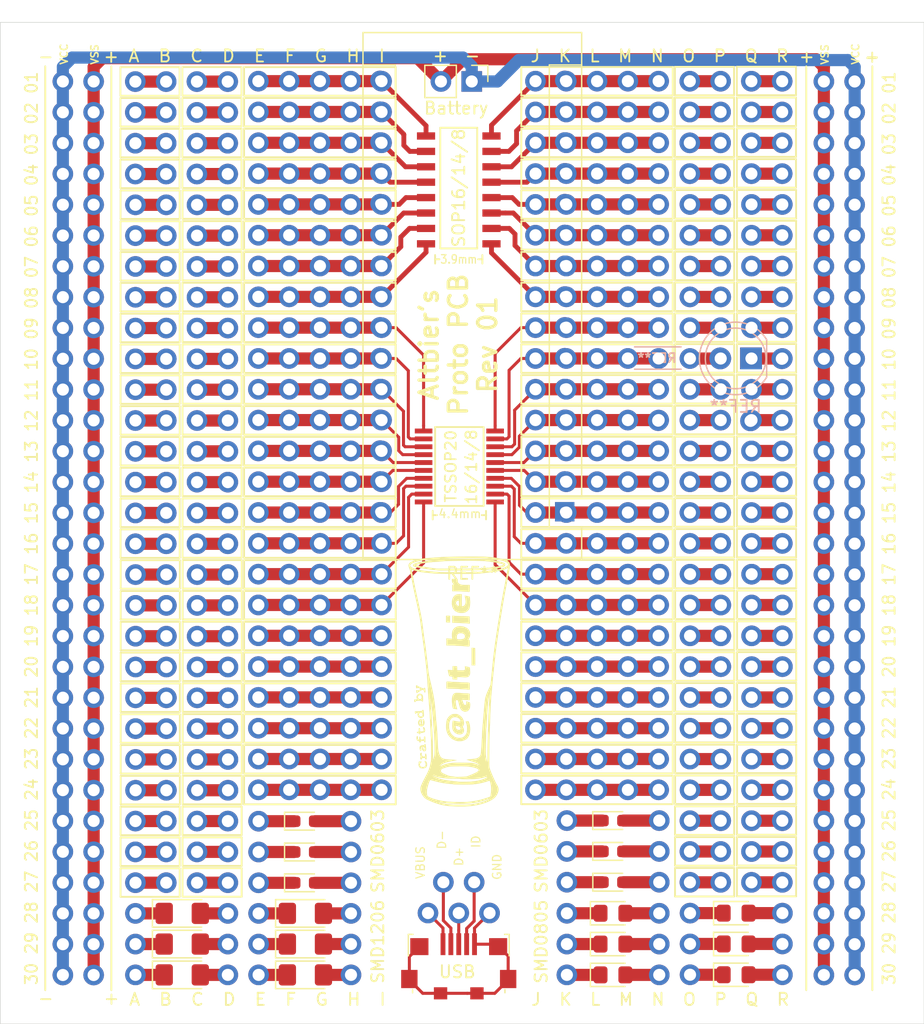
<source format=kicad_pcb>
(kicad_pcb (version 20171130) (host pcbnew "(5.1.0)-1")
  (layers (0 F.Cu signal) (31 B.Cu signal) (34 B.Paste user) (35 F.Paste user) (36 B.SilkS user) (37 F.SilkS user) (38 B.Mask user) (39 F.Mask user) (44 Edge.Cuts user))
  (net 0 "")
  (module 0_local:Proto_Jumper_Wire_P7.62mm (layer F.Cu) (at 161.38 83.28)
    (fp_text reference REF**)
    (fp_text value Proto_Jumper_Wire_P7.62mm)
    (pad 1 thru_hole oval (at 3.81 0.02 90) (size 1.7 1.7) (drill 1) (layers *.Cu *.Mask))
    (pad 1 thru_hole oval (at -3.81 0 90) (size 1.7 1.7) (drill 1) (layers *.Cu *.Mask))
  )
  (module 0_local:Proto_Jumper_Wire_P5.08mm (layer F.Cu) (at 167.77 81.99 270)
    (fp_text reference REF**)
    (fp_text value Proto_Jumper_Wire_P5.08mm)
    (pad 1 thru_hole oval (at 1.27 0.02) (size 1.7 1.7) (drill 1) (layers *.Cu *.Mask))
    (pad 1 thru_hole oval (at -3.81 0) (size 1.7 1.7) (drill 1) (layers *.Cu *.Mask))
  )
  (module 0_local:LED_D5.0mm-2_backsilk (layer F.Cu) (at 165.23 78.15 180)
    (fp_text reference REF** (at 1.27 -3.96 180) (layer B.SilkS) (effects (justify mirror)))
    (fp_text value LED_D5.0mm-2_backsilk)
    (pad 1 thru_hole rect (at 0 0 180) (size 1.8 1.8) (drill 0.9) (layers *.Cu *.Mask))
    (pad 2 thru_hole circle (at 2.54 0 180) (size 1.8 1.8) (drill 0.9) (layers *.Cu *.Mask))
  )
  (module 0_local:R_Axial_DIN0204_L3.6mm_D1.6mm_P5.08mm_Horizontal (layer F.Cu) (at 155 78.12)
    (fp_text reference REF** (at 2.4765 0) (layer B.SilkS) (effects (font (size 0.75 0.75)) (justify mirror)))
    (fp_text value R_Axial_DIN0204_L3.6mm_D1.6mm_P5.08mm_Horizontal)
    (pad 2 thru_hole oval (at 5.08 0) (size 1.4 1.4) (drill 0.7) (layers *.Cu *.Mask))
    (pad 1 thru_hole circle (at 0 0) (size 1.4 1.4) (drill 0.7) (layers *.Cu *.Mask))
  )
  (module 0_local:Proto_USB_Micro-B_Jing (layer F.Cu) (at 141.12 128.54)
    (fp_text reference USB (at -1.725 0.175 unlocked) (layer F.SilkS) (effects (justify left)))
    (fp_text value Proto_USB_Micro-B_Jing)
    (pad 2 thru_hole circle (at -1.27 -7.21) (size 1.7 1.7) (drill 1) (layers *.Cu *.Mask))
    (pad 4 thru_hole circle (at 1.27 -7.21) (size 1.7 1.7) (drill 1) (layers *.Cu *.Mask))
    (pad 1 thru_hole circle (at -2.54 -4.67) (size 1.7 1.7) (drill 1) (layers *.Cu *.Mask))
    (pad 5 thru_hole circle (at 2.54 -4.67) (size 1.7 1.7) (drill 1) (layers *.Cu *.Mask))
    (pad 3 thru_hole circle (at 0 -4.67) (size 1.7 1.7) (drill 1) (layers *.Cu *.Mask))
    (pad 6 smd rect (at -3.25 -1.9) (size 1.5 1.4) (layers F.Cu F.Paste F.Mask))
    (pad 6 smd rect (at 3.25 -1.9) (size 1.5 1.4) (layers F.Cu F.Paste F.Mask))
    (pad 3 smd rect (at 0 -2.1) (size 0.4 1.8) (layers F.Cu F.Paste F.Mask))
    (pad 2 smd rect (at -0.65 -2.1) (size 0.4 1.8) (layers F.Cu F.Paste F.Mask))
    (pad 4 smd rect (at 0.65 -2.1) (size 0.4 1.8) (layers F.Cu F.Paste F.Mask))
    (pad 1 smd rect (at -1.3 -2.1) (size 0.4 1.8) (layers F.Cu F.Paste F.Mask))
    (pad 5 smd rect (at 1.3 -2.1) (size 0.4 1.8) (layers F.Cu F.Paste F.Mask))
    (pad "" np_thru_hole circle (at -2 -1.45) (size 0.5 0.5) (drill 0.5) (layers *.Cu *.Mask))
    (pad "" np_thru_hole circle (at 2 -1.45) (size 0.5 0.5) (drill 0.5) (layers *.Cu *.Mask))
    (pad 6 smd rect (at -4.075 0.77) (size 1.35 1.5) (layers F.Cu F.Paste F.Mask))
    (pad 6 smd rect (at 4.075 0.77) (size 1.35 1.5) (layers F.Cu F.Paste F.Mask))
    (pad 6 smd rect (at -1.5 1.95) (size 1.1 1) (layers F.Cu F.Paste F.Mask))
    (pad 6 smd rect (at 1.5 1.95) (size 1.1 1) (layers F.Cu F.Paste F.Mask))
  )
  (module 0_local:Proto_0805_Pads_1.15x1.40mm_HandSolder (layer F.Cu) (at 153.84 123.89)
    (fp_text reference REF**)
    (fp_text value Proto_0805_Pads_1.15x1.40mm_HandSolder)
    (pad 2 thru_hole circle (at 3.82 0) (size 1.7 1.7) (drill 1) (layers *.Cu *.Mask))
    (pad 1 thru_hole circle (at -3.8 0) (size 1.7 1.7) (drill 1) (layers *.Cu *.Mask))
    (pad 2 smd roundrect (at 1.025 0) (size 1.15 1.4) (layers F.Cu F.Paste F.Mask) (roundrect_rratio 0.217391))
    (pad 1 smd roundrect (at -1.025 0) (size 1.15 1.4) (layers F.Cu F.Paste F.Mask) (roundrect_rratio 0.217391))
  )
  (module 0_local:Proto_0805_Pads_1.15x1.40mm_HandSolder (layer F.Cu) (at 153.84 126.43)
    (fp_text reference REF**)
    (fp_text value Proto_0805_Pads_1.15x1.40mm_HandSolder)
    (pad 2 thru_hole circle (at 3.82 0) (size 1.7 1.7) (drill 1) (layers *.Cu *.Mask))
    (pad 1 thru_hole circle (at -3.8 0) (size 1.7 1.7) (drill 1) (layers *.Cu *.Mask))
    (pad 2 smd roundrect (at 1.025 0) (size 1.15 1.4) (layers F.Cu F.Paste F.Mask) (roundrect_rratio 0.217391))
    (pad 1 smd roundrect (at -1.025 0) (size 1.15 1.4) (layers F.Cu F.Paste F.Mask) (roundrect_rratio 0.217391))
  )
  (module 0_local:Proto_0805_Pads_1.15x1.40mm_HandSolder (layer F.Cu) (at 153.84 128.97)
    (fp_text reference REF**)
    (fp_text value Proto_0805_Pads_1.15x1.40mm_HandSolder)
    (pad 2 thru_hole circle (at 3.82 0) (size 1.7 1.7) (drill 1) (layers *.Cu *.Mask))
    (pad 1 thru_hole circle (at -3.8 0) (size 1.7 1.7) (drill 1) (layers *.Cu *.Mask))
    (pad 2 smd roundrect (at 1.025 0) (size 1.15 1.4) (layers F.Cu F.Paste F.Mask) (roundrect_rratio 0.217391))
    (pad 1 smd roundrect (at -1.025 0) (size 1.15 1.4) (layers F.Cu F.Paste F.Mask) (roundrect_rratio 0.217391))
  )
  (module 0_local:Proto_0805_Pads_1.15x1.40mm_HandSolder (layer F.Cu) (at 164 123.88)
    (fp_text reference REF**)
    (fp_text value Proto_0805_Pads_1.15x1.40mm_HandSolder)
    (pad 2 thru_hole circle (at 3.82 0) (size 1.7 1.7) (drill 1) (layers *.Cu *.Mask))
    (pad 1 thru_hole circle (at -3.8 0) (size 1.7 1.7) (drill 1) (layers *.Cu *.Mask))
    (pad 2 smd roundrect (at 1.025 0) (size 1.15 1.4) (layers F.Cu F.Paste F.Mask) (roundrect_rratio 0.217391))
    (pad 1 smd roundrect (at -1.025 0) (size 1.15 1.4) (layers F.Cu F.Paste F.Mask) (roundrect_rratio 0.217391))
  )
  (module 0_local:Proto_0805_Pads_1.15x1.40mm_HandSolder (layer F.Cu) (at 164 126.42)
    (fp_text reference REF**)
    (fp_text value Proto_0805_Pads_1.15x1.40mm_HandSolder)
    (pad 2 thru_hole circle (at 3.82 0) (size 1.7 1.7) (drill 1) (layers *.Cu *.Mask))
    (pad 1 thru_hole circle (at -3.8 0) (size 1.7 1.7) (drill 1) (layers *.Cu *.Mask))
    (pad 2 smd roundrect (at 1.025 0) (size 1.15 1.4) (layers F.Cu F.Paste F.Mask) (roundrect_rratio 0.217391))
    (pad 1 smd roundrect (at -1.025 0) (size 1.15 1.4) (layers F.Cu F.Paste F.Mask) (roundrect_rratio 0.217391))
  )
  (module 0_local:Proto_0805_Pads_1.15x1.40mm_HandSolder (layer F.Cu) (at 164 128.96)
    (fp_text reference REF**)
    (fp_text value Proto_0805_Pads_1.15x1.40mm_HandSolder)
    (pad 2 thru_hole circle (at 3.82 0) (size 1.7 1.7) (drill 1) (layers *.Cu *.Mask))
    (pad 1 thru_hole circle (at -3.8 0) (size 1.7 1.7) (drill 1) (layers *.Cu *.Mask))
    (pad 2 smd roundrect (at 1.025 0) (size 1.15 1.4) (layers F.Cu F.Paste F.Mask) (roundrect_rratio 0.217391))
    (pad 1 smd roundrect (at -1.025 0) (size 1.15 1.4) (layers F.Cu F.Paste F.Mask) (roundrect_rratio 0.217391))
  )
  (module 0_local:Proto_1206_Pads_1.42x1.75mm_HandSolder (layer F.Cu) (at 128.47 123.9)
    (fp_text reference REF**)
    (fp_text value Proto_1206_Pads_1.42x1.75mm_HandSolder)
    (pad 2 thru_hole circle (at 3.76 0) (size 1.7 1.7) (drill 1) (layers *.Cu *.Mask))
    (pad 1 thru_hole circle (at -3.86 0) (size 1.7 1.7) (drill 1) (layers *.Cu *.Mask))
    (pad 2 smd roundrect (at 1.4875 0) (size 1.425 1.75) (layers F.Cu F.Paste F.Mask) (roundrect_rratio 0.175439))
    (pad 1 smd roundrect (at -1.4875 0) (size 1.425 1.75) (layers F.Cu F.Paste F.Mask) (roundrect_rratio 0.175439))
  )
  (module 0_local:Proto_1206_Pads_1.42x1.75mm_HandSolder (layer F.Cu) (at 128.47 126.43)
    (fp_text reference REF**)
    (fp_text value Proto_1206_Pads_1.42x1.75mm_HandSolder)
    (pad 2 thru_hole circle (at 3.76 0) (size 1.7 1.7) (drill 1) (layers *.Cu *.Mask))
    (pad 1 thru_hole circle (at -3.86 0) (size 1.7 1.7) (drill 1) (layers *.Cu *.Mask))
    (pad 2 smd roundrect (at 1.4875 0) (size 1.425 1.75) (layers F.Cu F.Paste F.Mask) (roundrect_rratio 0.175439))
    (pad 1 smd roundrect (at -1.4875 0) (size 1.425 1.75) (layers F.Cu F.Paste F.Mask) (roundrect_rratio 0.175439))
  )
  (module 0_local:Proto_1206_Pads_1.42x1.75mm_HandSolder (layer F.Cu) (at 128.47 128.97)
    (fp_text reference REF**)
    (fp_text value Proto_1206_Pads_1.42x1.75mm_HandSolder)
    (pad 2 thru_hole circle (at 3.76 0) (size 1.7 1.7) (drill 1) (layers *.Cu *.Mask))
    (pad 1 thru_hole circle (at -3.86 0) (size 1.7 1.7) (drill 1) (layers *.Cu *.Mask))
    (pad 2 smd roundrect (at 1.4875 0) (size 1.425 1.75) (layers F.Cu F.Paste F.Mask) (roundrect_rratio 0.175439))
    (pad 1 smd roundrect (at -1.4875 0) (size 1.425 1.75) (layers F.Cu F.Paste F.Mask) (roundrect_rratio 0.175439))
  )
  (module 0_local:Proto_1206_Pads_1.42x1.75mm_HandSolder (layer F.Cu) (at 118.31 128.97)
    (fp_text reference REF**)
    (fp_text value Proto_1206_Pads_1.42x1.75mm_HandSolder)
    (pad 2 thru_hole circle (at 3.76 0) (size 1.7 1.7) (drill 1) (layers *.Cu *.Mask))
    (pad 1 thru_hole circle (at -3.86 0) (size 1.7 1.7) (drill 1) (layers *.Cu *.Mask))
    (pad 2 smd roundrect (at 1.4875 0) (size 1.425 1.75) (layers F.Cu F.Paste F.Mask) (roundrect_rratio 0.175439))
    (pad 1 smd roundrect (at -1.4875 0) (size 1.425 1.75) (layers F.Cu F.Paste F.Mask) (roundrect_rratio 0.175439))
  )
  (module 0_local:Proto_1206_Pads_1.42x1.75mm_HandSolder (layer F.Cu) (at 118.31 126.43)
    (fp_text reference REF**)
    (fp_text value Proto_1206_Pads_1.42x1.75mm_HandSolder)
    (pad 2 thru_hole circle (at 3.76 0) (size 1.7 1.7) (drill 1) (layers *.Cu *.Mask))
    (pad 1 thru_hole circle (at -3.86 0) (size 1.7 1.7) (drill 1) (layers *.Cu *.Mask))
    (pad 2 smd roundrect (at 1.4875 0) (size 1.425 1.75) (layers F.Cu F.Paste F.Mask) (roundrect_rratio 0.175439))
    (pad 1 smd roundrect (at -1.4875 0) (size 1.425 1.75) (layers F.Cu F.Paste F.Mask) (roundrect_rratio 0.175439))
  )
  (module 0_local:Proto_1206_Pads_1.42x1.75mm_HandSolder (layer F.Cu) (at 118.31 123.9)
    (fp_text reference REF**)
    (fp_text value Proto_1206_Pads_1.42x1.75mm_HandSolder)
    (pad 2 thru_hole circle (at 3.76 0) (size 1.7 1.7) (drill 1) (layers *.Cu *.Mask))
    (pad 1 thru_hole circle (at -3.86 0) (size 1.7 1.7) (drill 1) (layers *.Cu *.Mask))
    (pad 2 smd roundrect (at 1.4875 0) (size 1.425 1.75) (layers F.Cu F.Paste F.Mask) (roundrect_rratio 0.175439))
    (pad 1 smd roundrect (at -1.4875 0) (size 1.425 1.75) (layers F.Cu F.Paste F.Mask) (roundrect_rratio 0.175439))
  )
  (module 0_local:Proto_0603_Pads_1.05x0.95mm_HandSolder (layer F.Cu) (at 153.84 116.25)
    (fp_text reference REF**)
    (fp_text value Proto_0603_Pads_1.05x0.95mm_HandSolder)
    (pad 2 thru_hole circle (at 3.82 0) (size 1.7 1.7) (drill 1) (layers *.Cu *.Mask))
    (pad 1 thru_hole circle (at -3.8 0) (size 1.7 1.7) (drill 1) (layers *.Cu *.Mask))
    (pad 2 smd roundrect (at 0.875 0) (size 1.05 0.95) (layers F.Cu F.Paste F.Mask))
    (pad 1 smd roundrect (at -0.875 0) (size 1.05 0.95) (layers F.Cu F.Paste F.Mask))
  )
  (module 0_local:Proto_0603_Pads_1.05x0.95mm_HandSolder (layer F.Cu) (at 128.41 116.3)
    (fp_text reference REF**)
    (fp_text value Proto_0603_Pads_1.05x0.95mm_HandSolder)
    (pad 2 thru_hole circle (at 3.82 0) (size 1.7 1.7) (drill 1) (layers *.Cu *.Mask))
    (pad 1 thru_hole circle (at -3.8 0) (size 1.7 1.7) (drill 1) (layers *.Cu *.Mask))
    (pad 2 smd roundrect (at 0.875 0) (size 1.05 0.95) (layers F.Cu F.Paste F.Mask))
    (pad 1 smd roundrect (at -0.875 0) (size 1.05 0.95) (layers F.Cu F.Paste F.Mask))
  )
  (module 0_local:Proto_0603_Pads_1.05x0.95mm_HandSolder (layer F.Cu) (at 128.41 121.38)
    (fp_text reference REF**)
    (fp_text value Proto_0603_Pads_1.05x0.95mm_HandSolder)
    (pad 2 thru_hole circle (at 3.82 0) (size 1.7 1.7) (drill 1) (layers *.Cu *.Mask))
    (pad 1 thru_hole circle (at -3.8 0) (size 1.7 1.7) (drill 1) (layers *.Cu *.Mask))
    (pad 2 smd roundrect (at 0.875 0) (size 1.05 0.95) (layers F.Cu F.Paste F.Mask))
    (pad 1 smd roundrect (at -0.875 0) (size 1.05 0.95) (layers F.Cu F.Paste F.Mask))
  )
  (module 0_local:Proto_0603_Pads_1.05x0.95mm_HandSolder (layer F.Cu) (at 128.41 118.84)
    (fp_text reference REF**)
    (fp_text value Proto_0603_Pads_1.05x0.95mm_HandSolder)
    (pad 2 thru_hole circle (at 3.82 0) (size 1.7 1.7) (drill 1) (layers *.Cu *.Mask))
    (pad 1 thru_hole circle (at -3.8 0) (size 1.7 1.7) (drill 1) (layers *.Cu *.Mask))
    (pad 2 smd roundrect (at 0.875 0) (size 1.05 0.95) (layers F.Cu F.Paste F.Mask))
    (pad 1 smd roundrect (at -0.875 0) (size 1.05 0.95) (layers F.Cu F.Paste F.Mask))
  )
  (module 0_local:Proto_0603_Pads_1.05x0.95mm_HandSolder (layer F.Cu) (at 153.84 118.79)
    (fp_text reference REF**)
    (fp_text value Proto_0603_Pads_1.05x0.95mm_HandSolder)
    (pad 2 thru_hole circle (at 3.82 0) (size 1.7 1.7) (drill 1) (layers *.Cu *.Mask))
    (pad 1 thru_hole circle (at -3.8 0) (size 1.7 1.7) (drill 1) (layers *.Cu *.Mask))
    (pad 2 smd roundrect (at 0.875 0) (size 1.05 0.95) (layers F.Cu F.Paste F.Mask))
    (pad 1 smd roundrect (at -0.875 0) (size 1.05 0.95) (layers F.Cu F.Paste F.Mask))
  )
  (module 0_local:Proto_0603_Pads_1.05x0.95mm_HandSolder (layer F.Cu) (at 153.84 121.33)
    (fp_text reference REF**)
    (fp_text value Proto_0603_Pads_1.05x0.95mm_HandSolder)
    (pad 2 thru_hole circle (at 3.82 0) (size 1.7 1.7) (drill 1) (layers *.Cu *.Mask))
    (pad 1 thru_hole circle (at -3.8 0) (size 1.7 1.7) (drill 1) (layers *.Cu *.Mask))
    (pad 2 smd roundrect (at 0.875 0) (size 1.05 0.95) (layers F.Cu F.Paste F.Mask))
    (pad 1 smd roundrect (at -0.875 0) (size 1.05 0.95) (layers F.Cu F.Paste F.Mask))
  )
  (module 0_local:Proto_A_Pins_P2.54mm (layer F.Cu) (at 139.8 68)
    (fp_text reference REF**)
    (fp_text value Proto_A_Pins_P2.54mm hide)
    (pad 2 thru_hole oval (at 17.81 -0.005 90) (size 1.7 1.7) (drill 1) (layers *.Cu *.Mask))
    (pad 2 thru_hole oval (at 15.27 -0.005 90) (size 1.7 1.7) (drill 1) (layers *.Cu *.Mask))
    (pad 2 thru_hole oval (at 12.73 -0.005 90) (size 1.7 1.7) (drill 1) (layers *.Cu *.Mask))
    (pad 2 thru_hole oval (at 10.19 -0.005 90) (size 1.7 1.7) (drill 1) (layers *.Cu *.Mask))
    (pad 2 thru_hole oval (at 7.65 -0.005 90) (size 1.7 1.7) (drill 1) (layers *.Cu *.Mask))
    (pad 1 thru_hole oval (at -5.05 -0.005 90) (size 1.7 1.7) (drill 1) (layers *.Cu *.Mask))
    (pad 1 thru_hole oval (at -7.59 -0.005 90) (size 1.7 1.7) (drill 1) (layers *.Cu *.Mask))
    (pad 1 thru_hole oval (at -10.13 -0.005 90) (size 1.7 1.7) (drill 1) (layers *.Cu *.Mask))
    (pad 1 thru_hole oval (at -12.67 -0.005 90) (size 1.7 1.7) (drill 1) (layers *.Cu *.Mask))
    (pad 1 thru_hole oval (at -15.21 -0.005 90) (size 1.7 1.7) (drill 1) (layers *.Cu *.Mask))
  )
  (module 0_local:Proto_A_Pins_P2.54mm (layer F.Cu) (at 139.8 95.94)
    (fp_text reference REF**)
    (fp_text value Proto_A_Pins_P2.54mm hide)
    (pad 2 thru_hole oval (at 17.81 -0.005 90) (size 1.7 1.7) (drill 1) (layers *.Cu *.Mask))
    (pad 2 thru_hole oval (at 15.27 -0.005 90) (size 1.7 1.7) (drill 1) (layers *.Cu *.Mask))
    (pad 2 thru_hole oval (at 12.73 -0.005 90) (size 1.7 1.7) (drill 1) (layers *.Cu *.Mask))
    (pad 2 thru_hole oval (at 10.19 -0.005 90) (size 1.7 1.7) (drill 1) (layers *.Cu *.Mask))
    (pad 2 thru_hole oval (at 7.65 -0.005 90) (size 1.7 1.7) (drill 1) (layers *.Cu *.Mask))
    (pad 1 thru_hole oval (at -5.05 -0.005 90) (size 1.7 1.7) (drill 1) (layers *.Cu *.Mask))
    (pad 1 thru_hole oval (at -7.59 -0.005 90) (size 1.7 1.7) (drill 1) (layers *.Cu *.Mask))
    (pad 1 thru_hole oval (at -10.13 -0.005 90) (size 1.7 1.7) (drill 1) (layers *.Cu *.Mask))
    (pad 1 thru_hole oval (at -12.67 -0.005 90) (size 1.7 1.7) (drill 1) (layers *.Cu *.Mask))
    (pad 1 thru_hole oval (at -15.21 -0.005 90) (size 1.7 1.7) (drill 1) (layers *.Cu *.Mask))
  )
  (module 0_local:Proto_A_Pins_P2.54mm (layer F.Cu) (at 139.8 106.1)
    (fp_text reference REF**)
    (fp_text value Proto_A_Pins_P2.54mm hide)
    (pad 2 thru_hole oval (at 17.81 -0.005 90) (size 1.7 1.7) (drill 1) (layers *.Cu *.Mask))
    (pad 2 thru_hole oval (at 15.27 -0.005 90) (size 1.7 1.7) (drill 1) (layers *.Cu *.Mask))
    (pad 2 thru_hole oval (at 12.73 -0.005 90) (size 1.7 1.7) (drill 1) (layers *.Cu *.Mask))
    (pad 2 thru_hole oval (at 10.19 -0.005 90) (size 1.7 1.7) (drill 1) (layers *.Cu *.Mask))
    (pad 2 thru_hole oval (at 7.65 -0.005 90) (size 1.7 1.7) (drill 1) (layers *.Cu *.Mask))
    (pad 1 thru_hole oval (at -5.05 -0.005 90) (size 1.7 1.7) (drill 1) (layers *.Cu *.Mask))
    (pad 1 thru_hole oval (at -7.59 -0.005 90) (size 1.7 1.7) (drill 1) (layers *.Cu *.Mask))
    (pad 1 thru_hole oval (at -10.13 -0.005 90) (size 1.7 1.7) (drill 1) (layers *.Cu *.Mask))
    (pad 1 thru_hole oval (at -12.67 -0.005 90) (size 1.7 1.7) (drill 1) (layers *.Cu *.Mask))
    (pad 1 thru_hole oval (at -15.21 -0.005 90) (size 1.7 1.7) (drill 1) (layers *.Cu *.Mask))
  )
  (module 0_local:Proto_A_Pins_P2.54mm (layer F.Cu) (at 139.8 113.72)
    (fp_text reference REF**)
    (fp_text value Proto_A_Pins_P2.54mm hide)
    (pad 2 thru_hole oval (at 17.81 -0.005 90) (size 1.7 1.7) (drill 1) (layers *.Cu *.Mask))
    (pad 2 thru_hole oval (at 15.27 -0.005 90) (size 1.7 1.7) (drill 1) (layers *.Cu *.Mask))
    (pad 2 thru_hole oval (at 12.73 -0.005 90) (size 1.7 1.7) (drill 1) (layers *.Cu *.Mask))
    (pad 2 thru_hole oval (at 10.19 -0.005 90) (size 1.7 1.7) (drill 1) (layers *.Cu *.Mask))
    (pad 2 thru_hole oval (at 7.65 -0.005 90) (size 1.7 1.7) (drill 1) (layers *.Cu *.Mask))
    (pad 1 thru_hole oval (at -5.05 -0.005 90) (size 1.7 1.7) (drill 1) (layers *.Cu *.Mask))
    (pad 1 thru_hole oval (at -7.59 -0.005 90) (size 1.7 1.7) (drill 1) (layers *.Cu *.Mask))
    (pad 1 thru_hole oval (at -10.13 -0.005 90) (size 1.7 1.7) (drill 1) (layers *.Cu *.Mask))
    (pad 1 thru_hole oval (at -12.67 -0.005 90) (size 1.7 1.7) (drill 1) (layers *.Cu *.Mask))
    (pad 1 thru_hole oval (at -15.21 -0.005 90) (size 1.7 1.7) (drill 1) (layers *.Cu *.Mask))
  )
  (module 0_local:Proto_A_Pins_P2.54mm (layer F.Cu) (at 139.8 111.18)
    (fp_text reference REF**)
    (fp_text value Proto_A_Pins_P2.54mm hide)
    (pad 2 thru_hole oval (at 17.81 -0.005 90) (size 1.7 1.7) (drill 1) (layers *.Cu *.Mask))
    (pad 2 thru_hole oval (at 15.27 -0.005 90) (size 1.7 1.7) (drill 1) (layers *.Cu *.Mask))
    (pad 2 thru_hole oval (at 12.73 -0.005 90) (size 1.7 1.7) (drill 1) (layers *.Cu *.Mask))
    (pad 2 thru_hole oval (at 10.19 -0.005 90) (size 1.7 1.7) (drill 1) (layers *.Cu *.Mask))
    (pad 2 thru_hole oval (at 7.65 -0.005 90) (size 1.7 1.7) (drill 1) (layers *.Cu *.Mask))
    (pad 1 thru_hole oval (at -5.05 -0.005 90) (size 1.7 1.7) (drill 1) (layers *.Cu *.Mask))
    (pad 1 thru_hole oval (at -7.59 -0.005 90) (size 1.7 1.7) (drill 1) (layers *.Cu *.Mask))
    (pad 1 thru_hole oval (at -10.13 -0.005 90) (size 1.7 1.7) (drill 1) (layers *.Cu *.Mask))
    (pad 1 thru_hole oval (at -12.67 -0.005 90) (size 1.7 1.7) (drill 1) (layers *.Cu *.Mask))
    (pad 1 thru_hole oval (at -15.21 -0.005 90) (size 1.7 1.7) (drill 1) (layers *.Cu *.Mask))
  )
  (module 0_local:Proto_A_Pins_P2.54mm (layer F.Cu) (at 139.8 108.64)
    (fp_text reference REF**)
    (fp_text value Proto_A_Pins_P2.54mm hide)
    (pad 2 thru_hole oval (at 17.81 -0.005 90) (size 1.7 1.7) (drill 1) (layers *.Cu *.Mask))
    (pad 2 thru_hole oval (at 15.27 -0.005 90) (size 1.7 1.7) (drill 1) (layers *.Cu *.Mask))
    (pad 2 thru_hole oval (at 12.73 -0.005 90) (size 1.7 1.7) (drill 1) (layers *.Cu *.Mask))
    (pad 2 thru_hole oval (at 10.19 -0.005 90) (size 1.7 1.7) (drill 1) (layers *.Cu *.Mask))
    (pad 2 thru_hole oval (at 7.65 -0.005 90) (size 1.7 1.7) (drill 1) (layers *.Cu *.Mask))
    (pad 1 thru_hole oval (at -5.05 -0.005 90) (size 1.7 1.7) (drill 1) (layers *.Cu *.Mask))
    (pad 1 thru_hole oval (at -7.59 -0.005 90) (size 1.7 1.7) (drill 1) (layers *.Cu *.Mask))
    (pad 1 thru_hole oval (at -10.13 -0.005 90) (size 1.7 1.7) (drill 1) (layers *.Cu *.Mask))
    (pad 1 thru_hole oval (at -12.67 -0.005 90) (size 1.7 1.7) (drill 1) (layers *.Cu *.Mask))
    (pad 1 thru_hole oval (at -15.21 -0.005 90) (size 1.7 1.7) (drill 1) (layers *.Cu *.Mask))
  )
  (module 0_local:Proto_A_Pins_P2.54mm (layer F.Cu) (at 139.8 98.48)
    (fp_text reference REF**)
    (fp_text value Proto_A_Pins_P2.54mm hide)
    (pad 2 thru_hole oval (at 17.81 -0.005 90) (size 1.7 1.7) (drill 1) (layers *.Cu *.Mask))
    (pad 2 thru_hole oval (at 15.27 -0.005 90) (size 1.7 1.7) (drill 1) (layers *.Cu *.Mask))
    (pad 2 thru_hole oval (at 12.73 -0.005 90) (size 1.7 1.7) (drill 1) (layers *.Cu *.Mask))
    (pad 2 thru_hole oval (at 10.19 -0.005 90) (size 1.7 1.7) (drill 1) (layers *.Cu *.Mask))
    (pad 2 thru_hole oval (at 7.65 -0.005 90) (size 1.7 1.7) (drill 1) (layers *.Cu *.Mask))
    (pad 1 thru_hole oval (at -5.05 -0.005 90) (size 1.7 1.7) (drill 1) (layers *.Cu *.Mask))
    (pad 1 thru_hole oval (at -7.59 -0.005 90) (size 1.7 1.7) (drill 1) (layers *.Cu *.Mask))
    (pad 1 thru_hole oval (at -10.13 -0.005 90) (size 1.7 1.7) (drill 1) (layers *.Cu *.Mask))
    (pad 1 thru_hole oval (at -12.67 -0.005 90) (size 1.7 1.7) (drill 1) (layers *.Cu *.Mask))
    (pad 1 thru_hole oval (at -15.21 -0.005 90) (size 1.7 1.7) (drill 1) (layers *.Cu *.Mask))
  )
  (module 0_local:Proto_A_Pins_P2.54mm (layer F.Cu) (at 139.8 103.56)
    (fp_text reference REF**)
    (fp_text value Proto_A_Pins_P2.54mm hide)
    (pad 2 thru_hole oval (at 17.81 -0.005 90) (size 1.7 1.7) (drill 1) (layers *.Cu *.Mask))
    (pad 2 thru_hole oval (at 15.27 -0.005 90) (size 1.7 1.7) (drill 1) (layers *.Cu *.Mask))
    (pad 2 thru_hole oval (at 12.73 -0.005 90) (size 1.7 1.7) (drill 1) (layers *.Cu *.Mask))
    (pad 2 thru_hole oval (at 10.19 -0.005 90) (size 1.7 1.7) (drill 1) (layers *.Cu *.Mask))
    (pad 2 thru_hole oval (at 7.65 -0.005 90) (size 1.7 1.7) (drill 1) (layers *.Cu *.Mask))
    (pad 1 thru_hole oval (at -5.05 -0.005 90) (size 1.7 1.7) (drill 1) (layers *.Cu *.Mask))
    (pad 1 thru_hole oval (at -7.59 -0.005 90) (size 1.7 1.7) (drill 1) (layers *.Cu *.Mask))
    (pad 1 thru_hole oval (at -10.13 -0.005 90) (size 1.7 1.7) (drill 1) (layers *.Cu *.Mask))
    (pad 1 thru_hole oval (at -12.67 -0.005 90) (size 1.7 1.7) (drill 1) (layers *.Cu *.Mask))
    (pad 1 thru_hole oval (at -15.21 -0.005 90) (size 1.7 1.7) (drill 1) (layers *.Cu *.Mask))
  )
  (module 0_local:Proto_A_Pins_P2.54mm (layer F.Cu) (at 139.8 101.02)
    (fp_text reference REF**)
    (fp_text value Proto_A_Pins_P2.54mm hide)
    (pad 2 thru_hole oval (at 17.81 -0.005 90) (size 1.7 1.7) (drill 1) (layers *.Cu *.Mask))
    (pad 2 thru_hole oval (at 15.27 -0.005 90) (size 1.7 1.7) (drill 1) (layers *.Cu *.Mask))
    (pad 2 thru_hole oval (at 12.73 -0.005 90) (size 1.7 1.7) (drill 1) (layers *.Cu *.Mask))
    (pad 2 thru_hole oval (at 10.19 -0.005 90) (size 1.7 1.7) (drill 1) (layers *.Cu *.Mask))
    (pad 2 thru_hole oval (at 7.65 -0.005 90) (size 1.7 1.7) (drill 1) (layers *.Cu *.Mask))
    (pad 1 thru_hole oval (at -5.05 -0.005 90) (size 1.7 1.7) (drill 1) (layers *.Cu *.Mask))
    (pad 1 thru_hole oval (at -7.59 -0.005 90) (size 1.7 1.7) (drill 1) (layers *.Cu *.Mask))
    (pad 1 thru_hole oval (at -10.13 -0.005 90) (size 1.7 1.7) (drill 1) (layers *.Cu *.Mask))
    (pad 1 thru_hole oval (at -12.67 -0.005 90) (size 1.7 1.7) (drill 1) (layers *.Cu *.Mask))
    (pad 1 thru_hole oval (at -15.21 -0.005 90) (size 1.7 1.7) (drill 1) (layers *.Cu *.Mask))
  )
  (module 0_local:Proto_A_Pins_P2.54mm (layer F.Cu) (at 139.8 75.62)
    (fp_text reference REF**)
    (fp_text value Proto_A_Pins_P2.54mm hide)
    (pad 2 thru_hole oval (at 17.81 -0.005 90) (size 1.7 1.7) (drill 1) (layers *.Cu *.Mask))
    (pad 2 thru_hole oval (at 15.27 -0.005 90) (size 1.7 1.7) (drill 1) (layers *.Cu *.Mask))
    (pad 2 thru_hole oval (at 12.73 -0.005 90) (size 1.7 1.7) (drill 1) (layers *.Cu *.Mask))
    (pad 2 thru_hole oval (at 10.19 -0.005 90) (size 1.7 1.7) (drill 1) (layers *.Cu *.Mask))
    (pad 2 thru_hole oval (at 7.65 -0.005 90) (size 1.7 1.7) (drill 1) (layers *.Cu *.Mask))
    (pad 1 thru_hole oval (at -5.05 -0.005 90) (size 1.7 1.7) (drill 1) (layers *.Cu *.Mask))
    (pad 1 thru_hole oval (at -7.59 -0.005 90) (size 1.7 1.7) (drill 1) (layers *.Cu *.Mask))
    (pad 1 thru_hole oval (at -10.13 -0.005 90) (size 1.7 1.7) (drill 1) (layers *.Cu *.Mask))
    (pad 1 thru_hole oval (at -12.67 -0.005 90) (size 1.7 1.7) (drill 1) (layers *.Cu *.Mask))
    (pad 1 thru_hole oval (at -15.21 -0.005 90) (size 1.7 1.7) (drill 1) (layers *.Cu *.Mask))
  )
  (module 0_local:Proto_A_Pins_P2.54mm (layer F.Cu) (at 139.8 85.78)
    (fp_text reference REF**)
    (fp_text value Proto_A_Pins_P2.54mm hide)
    (pad 2 thru_hole oval (at 17.81 -0.005 90) (size 1.7 1.7) (drill 1) (layers *.Cu *.Mask))
    (pad 2 thru_hole oval (at 15.27 -0.005 90) (size 1.7 1.7) (drill 1) (layers *.Cu *.Mask))
    (pad 2 thru_hole oval (at 12.73 -0.005 90) (size 1.7 1.7) (drill 1) (layers *.Cu *.Mask))
    (pad 2 thru_hole oval (at 10.19 -0.005 90) (size 1.7 1.7) (drill 1) (layers *.Cu *.Mask))
    (pad 2 thru_hole oval (at 7.65 -0.005 90) (size 1.7 1.7) (drill 1) (layers *.Cu *.Mask))
    (pad 1 thru_hole oval (at -5.05 -0.005 90) (size 1.7 1.7) (drill 1) (layers *.Cu *.Mask))
    (pad 1 thru_hole oval (at -7.59 -0.005 90) (size 1.7 1.7) (drill 1) (layers *.Cu *.Mask))
    (pad 1 thru_hole oval (at -10.13 -0.005 90) (size 1.7 1.7) (drill 1) (layers *.Cu *.Mask))
    (pad 1 thru_hole oval (at -12.67 -0.005 90) (size 1.7 1.7) (drill 1) (layers *.Cu *.Mask))
    (pad 1 thru_hole oval (at -15.21 -0.005 90) (size 1.7 1.7) (drill 1) (layers *.Cu *.Mask))
  )
  (module 0_local:Proto_A_Pins_P2.54mm (layer F.Cu) (at 139.8 93.4)
    (fp_text reference REF**)
    (fp_text value Proto_A_Pins_P2.54mm hide)
    (pad 2 thru_hole oval (at 17.81 -0.005 90) (size 1.7 1.7) (drill 1) (layers *.Cu *.Mask))
    (pad 2 thru_hole oval (at 15.27 -0.005 90) (size 1.7 1.7) (drill 1) (layers *.Cu *.Mask))
    (pad 2 thru_hole oval (at 12.73 -0.005 90) (size 1.7 1.7) (drill 1) (layers *.Cu *.Mask))
    (pad 2 thru_hole oval (at 10.19 -0.005 90) (size 1.7 1.7) (drill 1) (layers *.Cu *.Mask))
    (pad 2 thru_hole oval (at 7.65 -0.005 90) (size 1.7 1.7) (drill 1) (layers *.Cu *.Mask))
    (pad 1 thru_hole oval (at -5.05 -0.005 90) (size 1.7 1.7) (drill 1) (layers *.Cu *.Mask))
    (pad 1 thru_hole oval (at -7.59 -0.005 90) (size 1.7 1.7) (drill 1) (layers *.Cu *.Mask))
    (pad 1 thru_hole oval (at -10.13 -0.005 90) (size 1.7 1.7) (drill 1) (layers *.Cu *.Mask))
    (pad 1 thru_hole oval (at -12.67 -0.005 90) (size 1.7 1.7) (drill 1) (layers *.Cu *.Mask))
    (pad 1 thru_hole oval (at -15.21 -0.005 90) (size 1.7 1.7) (drill 1) (layers *.Cu *.Mask))
  )
  (module 0_local:Proto_A_Pins_P2.54mm (layer F.Cu) (at 139.8 90.86)
    (fp_text reference REF**)
    (fp_text value Proto_A_Pins_P2.54mm hide)
    (pad 2 thru_hole oval (at 17.81 -0.005 90) (size 1.7 1.7) (drill 1) (layers *.Cu *.Mask))
    (pad 2 thru_hole oval (at 15.27 -0.005 90) (size 1.7 1.7) (drill 1) (layers *.Cu *.Mask))
    (pad 2 thru_hole oval (at 12.73 -0.005 90) (size 1.7 1.7) (drill 1) (layers *.Cu *.Mask))
    (pad 2 thru_hole oval (at 10.19 -0.005 90) (size 1.7 1.7) (drill 1) (layers *.Cu *.Mask))
    (pad 2 thru_hole oval (at 7.65 -0.005 90) (size 1.7 1.7) (drill 1) (layers *.Cu *.Mask))
    (pad 1 thru_hole oval (at -5.05 -0.005 90) (size 1.7 1.7) (drill 1) (layers *.Cu *.Mask))
    (pad 1 thru_hole oval (at -7.59 -0.005 90) (size 1.7 1.7) (drill 1) (layers *.Cu *.Mask))
    (pad 1 thru_hole oval (at -10.13 -0.005 90) (size 1.7 1.7) (drill 1) (layers *.Cu *.Mask))
    (pad 1 thru_hole oval (at -12.67 -0.005 90) (size 1.7 1.7) (drill 1) (layers *.Cu *.Mask))
    (pad 1 thru_hole oval (at -15.21 -0.005 90) (size 1.7 1.7) (drill 1) (layers *.Cu *.Mask))
  )
  (module 0_local:Proto_A_Pins_P2.54mm (layer F.Cu) (at 139.8 88.32)
    (fp_text reference REF**)
    (fp_text value Proto_A_Pins_P2.54mm hide)
    (pad 2 thru_hole oval (at 17.81 -0.005 90) (size 1.7 1.7) (drill 1) (layers *.Cu *.Mask))
    (pad 2 thru_hole oval (at 15.27 -0.005 90) (size 1.7 1.7) (drill 1) (layers *.Cu *.Mask))
    (pad 2 thru_hole oval (at 12.73 -0.005 90) (size 1.7 1.7) (drill 1) (layers *.Cu *.Mask))
    (pad 2 thru_hole oval (at 10.19 -0.005 90) (size 1.7 1.7) (drill 1) (layers *.Cu *.Mask))
    (pad 2 thru_hole oval (at 7.65 -0.005 90) (size 1.7 1.7) (drill 1) (layers *.Cu *.Mask))
    (pad 1 thru_hole oval (at -5.05 -0.005 90) (size 1.7 1.7) (drill 1) (layers *.Cu *.Mask))
    (pad 1 thru_hole oval (at -7.59 -0.005 90) (size 1.7 1.7) (drill 1) (layers *.Cu *.Mask))
    (pad 1 thru_hole oval (at -10.13 -0.005 90) (size 1.7 1.7) (drill 1) (layers *.Cu *.Mask))
    (pad 1 thru_hole oval (at -12.67 -0.005 90) (size 1.7 1.7) (drill 1) (layers *.Cu *.Mask))
    (pad 1 thru_hole oval (at -15.21 -0.005 90) (size 1.7 1.7) (drill 1) (layers *.Cu *.Mask))
  )
  (module 0_local:Proto_A_Pins_P2.54mm (layer F.Cu) (at 139.8 78.16)
    (fp_text reference REF**)
    (fp_text value Proto_A_Pins_P2.54mm hide)
    (pad 2 thru_hole oval (at 17.81 -0.005 90) (size 1.7 1.7) (drill 1) (layers *.Cu *.Mask))
    (pad 2 thru_hole oval (at 15.27 -0.005 90) (size 1.7 1.7) (drill 1) (layers *.Cu *.Mask))
    (pad 2 thru_hole oval (at 12.73 -0.005 90) (size 1.7 1.7) (drill 1) (layers *.Cu *.Mask))
    (pad 2 thru_hole oval (at 10.19 -0.005 90) (size 1.7 1.7) (drill 1) (layers *.Cu *.Mask))
    (pad 2 thru_hole oval (at 7.65 -0.005 90) (size 1.7 1.7) (drill 1) (layers *.Cu *.Mask))
    (pad 1 thru_hole oval (at -5.05 -0.005 90) (size 1.7 1.7) (drill 1) (layers *.Cu *.Mask))
    (pad 1 thru_hole oval (at -7.59 -0.005 90) (size 1.7 1.7) (drill 1) (layers *.Cu *.Mask))
    (pad 1 thru_hole oval (at -10.13 -0.005 90) (size 1.7 1.7) (drill 1) (layers *.Cu *.Mask))
    (pad 1 thru_hole oval (at -12.67 -0.005 90) (size 1.7 1.7) (drill 1) (layers *.Cu *.Mask))
    (pad 1 thru_hole oval (at -15.21 -0.005 90) (size 1.7 1.7) (drill 1) (layers *.Cu *.Mask))
  )
  (module 0_local:Proto_A_Pins_P2.54mm (layer F.Cu) (at 139.8 83.24)
    (fp_text reference REF**)
    (fp_text value Proto_A_Pins_P2.54mm hide)
    (pad 2 thru_hole oval (at 17.81 -0.005 90) (size 1.7 1.7) (drill 1) (layers *.Cu *.Mask))
    (pad 2 thru_hole oval (at 15.27 -0.005 90) (size 1.7 1.7) (drill 1) (layers *.Cu *.Mask))
    (pad 2 thru_hole oval (at 12.73 -0.005 90) (size 1.7 1.7) (drill 1) (layers *.Cu *.Mask))
    (pad 2 thru_hole oval (at 10.19 -0.005 90) (size 1.7 1.7) (drill 1) (layers *.Cu *.Mask))
    (pad 2 thru_hole oval (at 7.65 -0.005 90) (size 1.7 1.7) (drill 1) (layers *.Cu *.Mask))
    (pad 1 thru_hole oval (at -5.05 -0.005 90) (size 1.7 1.7) (drill 1) (layers *.Cu *.Mask))
    (pad 1 thru_hole oval (at -7.59 -0.005 90) (size 1.7 1.7) (drill 1) (layers *.Cu *.Mask))
    (pad 1 thru_hole oval (at -10.13 -0.005 90) (size 1.7 1.7) (drill 1) (layers *.Cu *.Mask))
    (pad 1 thru_hole oval (at -12.67 -0.005 90) (size 1.7 1.7) (drill 1) (layers *.Cu *.Mask))
    (pad 1 thru_hole oval (at -15.21 -0.005 90) (size 1.7 1.7) (drill 1) (layers *.Cu *.Mask))
  )
  (module 0_local:Proto_A_Pins_P2.54mm (layer F.Cu) (at 139.8 80.7)
    (fp_text reference REF**)
    (fp_text value Proto_A_Pins_P2.54mm hide)
    (pad 2 thru_hole oval (at 17.81 -0.005 90) (size 1.7 1.7) (drill 1) (layers *.Cu *.Mask))
    (pad 2 thru_hole oval (at 15.27 -0.005 90) (size 1.7 1.7) (drill 1) (layers *.Cu *.Mask))
    (pad 2 thru_hole oval (at 12.73 -0.005 90) (size 1.7 1.7) (drill 1) (layers *.Cu *.Mask))
    (pad 2 thru_hole oval (at 10.19 -0.005 90) (size 1.7 1.7) (drill 1) (layers *.Cu *.Mask))
    (pad 2 thru_hole oval (at 7.65 -0.005 90) (size 1.7 1.7) (drill 1) (layers *.Cu *.Mask))
    (pad 1 thru_hole oval (at -5.05 -0.005 90) (size 1.7 1.7) (drill 1) (layers *.Cu *.Mask))
    (pad 1 thru_hole oval (at -7.59 -0.005 90) (size 1.7 1.7) (drill 1) (layers *.Cu *.Mask))
    (pad 1 thru_hole oval (at -10.13 -0.005 90) (size 1.7 1.7) (drill 1) (layers *.Cu *.Mask))
    (pad 1 thru_hole oval (at -12.67 -0.005 90) (size 1.7 1.7) (drill 1) (layers *.Cu *.Mask))
    (pad 1 thru_hole oval (at -15.21 -0.005 90) (size 1.7 1.7) (drill 1) (layers *.Cu *.Mask))
  )
  (module 0_local:Proto_A_Pins_P2.54mm (layer F.Cu) (at 139.8 65.46)
    (fp_text reference REF**)
    (fp_text value Proto_A_Pins_P2.54mm hide)
    (pad 2 thru_hole oval (at 17.81 -0.005 90) (size 1.7 1.7) (drill 1) (layers *.Cu *.Mask))
    (pad 2 thru_hole oval (at 15.27 -0.005 90) (size 1.7 1.7) (drill 1) (layers *.Cu *.Mask))
    (pad 2 thru_hole oval (at 12.73 -0.005 90) (size 1.7 1.7) (drill 1) (layers *.Cu *.Mask))
    (pad 2 thru_hole oval (at 10.19 -0.005 90) (size 1.7 1.7) (drill 1) (layers *.Cu *.Mask))
    (pad 2 thru_hole oval (at 7.65 -0.005 90) (size 1.7 1.7) (drill 1) (layers *.Cu *.Mask))
    (pad 1 thru_hole oval (at -5.05 -0.005 90) (size 1.7 1.7) (drill 1) (layers *.Cu *.Mask))
    (pad 1 thru_hole oval (at -7.59 -0.005 90) (size 1.7 1.7) (drill 1) (layers *.Cu *.Mask))
    (pad 1 thru_hole oval (at -10.13 -0.005 90) (size 1.7 1.7) (drill 1) (layers *.Cu *.Mask))
    (pad 1 thru_hole oval (at -12.67 -0.005 90) (size 1.7 1.7) (drill 1) (layers *.Cu *.Mask))
    (pad 1 thru_hole oval (at -15.21 -0.005 90) (size 1.7 1.7) (drill 1) (layers *.Cu *.Mask))
  )
  (module 0_local:Proto_A_Pins_P2.54mm (layer F.Cu) (at 139.8 73.08)
    (fp_text reference REF**)
    (fp_text value Proto_A_Pins_P2.54mm hide)
    (pad 2 thru_hole oval (at 17.81 -0.005 90) (size 1.7 1.7) (drill 1) (layers *.Cu *.Mask))
    (pad 2 thru_hole oval (at 15.27 -0.005 90) (size 1.7 1.7) (drill 1) (layers *.Cu *.Mask))
    (pad 2 thru_hole oval (at 12.73 -0.005 90) (size 1.7 1.7) (drill 1) (layers *.Cu *.Mask))
    (pad 2 thru_hole oval (at 10.19 -0.005 90) (size 1.7 1.7) (drill 1) (layers *.Cu *.Mask))
    (pad 2 thru_hole oval (at 7.65 -0.005 90) (size 1.7 1.7) (drill 1) (layers *.Cu *.Mask))
    (pad 1 thru_hole oval (at -5.05 -0.005 90) (size 1.7 1.7) (drill 1) (layers *.Cu *.Mask))
    (pad 1 thru_hole oval (at -7.59 -0.005 90) (size 1.7 1.7) (drill 1) (layers *.Cu *.Mask))
    (pad 1 thru_hole oval (at -10.13 -0.005 90) (size 1.7 1.7) (drill 1) (layers *.Cu *.Mask))
    (pad 1 thru_hole oval (at -12.67 -0.005 90) (size 1.7 1.7) (drill 1) (layers *.Cu *.Mask))
    (pad 1 thru_hole oval (at -15.21 -0.005 90) (size 1.7 1.7) (drill 1) (layers *.Cu *.Mask))
  )
  (module 0_local:Proto_A_Pins_P2.54mm (layer F.Cu) (at 139.8 70.54)
    (fp_text reference REF**)
    (fp_text value Proto_A_Pins_P2.54mm hide)
    (pad 2 thru_hole oval (at 17.81 -0.005 90) (size 1.7 1.7) (drill 1) (layers *.Cu *.Mask))
    (pad 2 thru_hole oval (at 15.27 -0.005 90) (size 1.7 1.7) (drill 1) (layers *.Cu *.Mask))
    (pad 2 thru_hole oval (at 12.73 -0.005 90) (size 1.7 1.7) (drill 1) (layers *.Cu *.Mask))
    (pad 2 thru_hole oval (at 10.19 -0.005 90) (size 1.7 1.7) (drill 1) (layers *.Cu *.Mask))
    (pad 2 thru_hole oval (at 7.65 -0.005 90) (size 1.7 1.7) (drill 1) (layers *.Cu *.Mask))
    (pad 1 thru_hole oval (at -5.05 -0.005 90) (size 1.7 1.7) (drill 1) (layers *.Cu *.Mask))
    (pad 1 thru_hole oval (at -7.59 -0.005 90) (size 1.7 1.7) (drill 1) (layers *.Cu *.Mask))
    (pad 1 thru_hole oval (at -10.13 -0.005 90) (size 1.7 1.7) (drill 1) (layers *.Cu *.Mask))
    (pad 1 thru_hole oval (at -12.67 -0.005 90) (size 1.7 1.7) (drill 1) (layers *.Cu *.Mask))
    (pad 1 thru_hole oval (at -15.21 -0.005 90) (size 1.7 1.7) (drill 1) (layers *.Cu *.Mask))
  )
  (module 0_local:Proto_A_Pins_P2.54mm (layer F.Cu) (at 139.8 60.38)
    (fp_text reference REF**)
    (fp_text value Proto_A_Pins_P2.54mm hide)
    (pad 2 thru_hole oval (at 17.81 -0.005 90) (size 1.7 1.7) (drill 1) (layers *.Cu *.Mask))
    (pad 2 thru_hole oval (at 15.27 -0.005 90) (size 1.7 1.7) (drill 1) (layers *.Cu *.Mask))
    (pad 2 thru_hole oval (at 12.73 -0.005 90) (size 1.7 1.7) (drill 1) (layers *.Cu *.Mask))
    (pad 2 thru_hole oval (at 10.19 -0.005 90) (size 1.7 1.7) (drill 1) (layers *.Cu *.Mask))
    (pad 2 thru_hole oval (at 7.65 -0.005 90) (size 1.7 1.7) (drill 1) (layers *.Cu *.Mask))
    (pad 1 thru_hole oval (at -5.05 -0.005 90) (size 1.7 1.7) (drill 1) (layers *.Cu *.Mask))
    (pad 1 thru_hole oval (at -7.59 -0.005 90) (size 1.7 1.7) (drill 1) (layers *.Cu *.Mask))
    (pad 1 thru_hole oval (at -10.13 -0.005 90) (size 1.7 1.7) (drill 1) (layers *.Cu *.Mask))
    (pad 1 thru_hole oval (at -12.67 -0.005 90) (size 1.7 1.7) (drill 1) (layers *.Cu *.Mask))
    (pad 1 thru_hole oval (at -15.21 -0.005 90) (size 1.7 1.7) (drill 1) (layers *.Cu *.Mask))
  )
  (module 0_local:Proto_A_Pins_P2.54mm (layer F.Cu) (at 139.8 62.92)
    (fp_text reference REF**)
    (fp_text value Proto_A_Pins_P2.54mm hide)
    (pad 2 thru_hole oval (at 17.81 -0.005 90) (size 1.7 1.7) (drill 1) (layers *.Cu *.Mask))
    (pad 2 thru_hole oval (at 15.27 -0.005 90) (size 1.7 1.7) (drill 1) (layers *.Cu *.Mask))
    (pad 2 thru_hole oval (at 12.73 -0.005 90) (size 1.7 1.7) (drill 1) (layers *.Cu *.Mask))
    (pad 2 thru_hole oval (at 10.19 -0.005 90) (size 1.7 1.7) (drill 1) (layers *.Cu *.Mask))
    (pad 2 thru_hole oval (at 7.65 -0.005 90) (size 1.7 1.7) (drill 1) (layers *.Cu *.Mask))
    (pad 1 thru_hole oval (at -5.05 -0.005 90) (size 1.7 1.7) (drill 1) (layers *.Cu *.Mask))
    (pad 1 thru_hole oval (at -7.59 -0.005 90) (size 1.7 1.7) (drill 1) (layers *.Cu *.Mask))
    (pad 1 thru_hole oval (at -10.13 -0.005 90) (size 1.7 1.7) (drill 1) (layers *.Cu *.Mask))
    (pad 1 thru_hole oval (at -12.67 -0.005 90) (size 1.7 1.7) (drill 1) (layers *.Cu *.Mask))
    (pad 1 thru_hole oval (at -15.21 -0.005 90) (size 1.7 1.7) (drill 1) (layers *.Cu *.Mask))
  )
  (module 0_local:Proto_A_Pins_P2.54mm (layer F.Cu) (at 139.8 57.84)
    (fp_text reference REF**)
    (fp_text value Proto_A_Pins_P2.54mm hide)
    (pad 2 thru_hole oval (at 17.81 -0.005 90) (size 1.7 1.7) (drill 1) (layers *.Cu *.Mask))
    (pad 2 thru_hole oval (at 15.27 -0.005 90) (size 1.7 1.7) (drill 1) (layers *.Cu *.Mask))
    (pad 2 thru_hole oval (at 12.73 -0.005 90) (size 1.7 1.7) (drill 1) (layers *.Cu *.Mask))
    (pad 2 thru_hole oval (at 10.19 -0.005 90) (size 1.7 1.7) (drill 1) (layers *.Cu *.Mask))
    (pad 2 thru_hole oval (at 7.65 -0.005 90) (size 1.7 1.7) (drill 1) (layers *.Cu *.Mask))
    (pad 1 thru_hole oval (at -5.05 -0.005 90) (size 1.7 1.7) (drill 1) (layers *.Cu *.Mask))
    (pad 1 thru_hole oval (at -7.59 -0.005 90) (size 1.7 1.7) (drill 1) (layers *.Cu *.Mask))
    (pad 1 thru_hole oval (at -10.13 -0.005 90) (size 1.7 1.7) (drill 1) (layers *.Cu *.Mask))
    (pad 1 thru_hole oval (at -12.67 -0.005 90) (size 1.7 1.7) (drill 1) (layers *.Cu *.Mask))
    (pad 1 thru_hole oval (at -15.21 -0.005 90) (size 1.7 1.7) (drill 1) (layers *.Cu *.Mask))
  )
  (module 0_local:Proto_A_Pins_P2.54mm (layer F.Cu) (at 139.8 55.3)
    (fp_text reference REF**)
    (fp_text value Proto_A_Pins_P2.54mm hide)
    (fp_text user + (at -0.2 -2.12) (layer F.SilkS))
    (fp_text user - (at 2.45 -2.11) (layer F.SilkS))
    (pad 2 thru_hole oval (at 17.81 -0.005 90) (size 1.7 1.7) (drill 1) (layers *.Cu *.Mask))
    (pad 2 thru_hole oval (at 15.27 -0.005 90) (size 1.7 1.7) (drill 1) (layers *.Cu *.Mask))
    (pad 2 thru_hole oval (at 12.73 -0.005 90) (size 1.7 1.7) (drill 1) (layers *.Cu *.Mask))
    (pad 2 thru_hole oval (at 10.19 -0.005 90) (size 1.7 1.7) (drill 1) (layers *.Cu *.Mask))
    (pad 2 thru_hole oval (at 7.65 -0.005 90) (size 1.7 1.7) (drill 1) (layers *.Cu *.Mask))
    (pad 1 thru_hole oval (at -5.05 -0.005 90) (size 1.7 1.7) (drill 1) (layers *.Cu *.Mask))
    (pad 1 thru_hole oval (at -7.59 -0.005 90) (size 1.7 1.7) (drill 1) (layers *.Cu *.Mask))
    (pad 1 thru_hole oval (at -10.13 -0.005 90) (size 1.7 1.7) (drill 1) (layers *.Cu *.Mask))
    (pad 1 thru_hole oval (at -12.67 -0.005 90) (size 1.7 1.7) (drill 1) (layers *.Cu *.Mask))
    (pad 1 thru_hole oval (at -15.21 -0.005 90) (size 1.7 1.7) (drill 1) (layers *.Cu *.Mask))
  )
  (module 0_local:Proto_C_Pins_2x30_P2.54mm (layer F.Cu) (at 171.24 55.32)
    (fp_text reference REF**)
    (fp_text value Proto_C_Pins_2x30_P2.54mm)
    (fp_text user - (at 3.96 -2) (layer F.SilkS))
    (fp_text user + (at -1.42 -2.06) (layer F.SilkS))
    (fp_text user - (at -1.4 -2.06) (layer F.SilkS))
    (fp_text user + (at 3.99 -2.07) (layer F.SilkS))
    (pad 1 thru_hole oval (at 0 0) (size 1.7 1.7) (drill 1) (layers *.Cu *.Mask))
    (pad 60 thru_hole oval (at 2.54 73.66) (size 1.7 1.7) (drill 1) (layers *.Cu *.Mask))
    (pad 59 thru_hole oval (at 0 73.66) (size 1.7 1.7) (drill 1) (layers *.Cu *.Mask))
    (pad 58 thru_hole oval (at 2.54 71.12) (size 1.7 1.7) (drill 1) (layers *.Cu *.Mask))
    (pad 57 thru_hole oval (at 0 71.12) (size 1.7 1.7) (drill 1) (layers *.Cu *.Mask))
    (pad 56 thru_hole oval (at 2.54 68.58) (size 1.7 1.7) (drill 1) (layers *.Cu *.Mask))
    (pad 55 thru_hole oval (at 0 68.58) (size 1.7 1.7) (drill 1) (layers *.Cu *.Mask))
    (pad 54 thru_hole oval (at 2.54 66.04) (size 1.7 1.7) (drill 1) (layers *.Cu *.Mask))
    (pad 53 thru_hole oval (at 0 66.04) (size 1.7 1.7) (drill 1) (layers *.Cu *.Mask))
    (pad 52 thru_hole oval (at 2.54 63.5) (size 1.7 1.7) (drill 1) (layers *.Cu *.Mask))
    (pad 51 thru_hole oval (at 0 63.5) (size 1.7 1.7) (drill 1) (layers *.Cu *.Mask))
    (pad 50 thru_hole oval (at 2.54 60.96) (size 1.7 1.7) (drill 1) (layers *.Cu *.Mask))
    (pad 49 thru_hole oval (at 0 60.96) (size 1.7 1.7) (drill 1) (layers *.Cu *.Mask))
    (pad 48 thru_hole oval (at 2.54 58.42) (size 1.7 1.7) (drill 1) (layers *.Cu *.Mask))
    (pad 47 thru_hole oval (at 0 58.42) (size 1.7 1.7) (drill 1) (layers *.Cu *.Mask))
    (pad 46 thru_hole oval (at 2.54 55.88) (size 1.7 1.7) (drill 1) (layers *.Cu *.Mask))
    (pad 45 thru_hole oval (at 0 55.88) (size 1.7 1.7) (drill 1) (layers *.Cu *.Mask))
    (pad 44 thru_hole oval (at 2.54 53.34) (size 1.7 1.7) (drill 1) (layers *.Cu *.Mask))
    (pad 43 thru_hole oval (at 0 53.34) (size 1.7 1.7) (drill 1) (layers *.Cu *.Mask))
    (pad 42 thru_hole oval (at 2.54 50.8) (size 1.7 1.7) (drill 1) (layers *.Cu *.Mask))
    (pad 41 thru_hole oval (at 0 50.8) (size 1.7 1.7) (drill 1) (layers *.Cu *.Mask))
    (pad 40 thru_hole oval (at 2.54 48.26) (size 1.7 1.7) (drill 1) (layers *.Cu *.Mask))
    (pad 39 thru_hole oval (at 0 48.26) (size 1.7 1.7) (drill 1) (layers *.Cu *.Mask))
    (pad 38 thru_hole oval (at 2.54 45.72) (size 1.7 1.7) (drill 1) (layers *.Cu *.Mask))
    (pad 37 thru_hole oval (at 0 45.72) (size 1.7 1.7) (drill 1) (layers *.Cu *.Mask))
    (pad 36 thru_hole oval (at 2.54 43.18) (size 1.7 1.7) (drill 1) (layers *.Cu *.Mask))
    (pad 35 thru_hole oval (at 0 43.18) (size 1.7 1.7) (drill 1) (layers *.Cu *.Mask))
    (pad 34 thru_hole oval (at 2.54 40.64) (size 1.7 1.7) (drill 1) (layers *.Cu *.Mask))
    (pad 33 thru_hole oval (at 0 40.64) (size 1.7 1.7) (drill 1) (layers *.Cu *.Mask))
    (pad 32 thru_hole oval (at 2.54 38.1) (size 1.7 1.7) (drill 1) (layers *.Cu *.Mask))
    (pad 31 thru_hole oval (at 0 38.1) (size 1.7 1.7) (drill 1) (layers *.Cu *.Mask))
    (pad 30 thru_hole oval (at 2.54 35.56) (size 1.7 1.7) (drill 1) (layers *.Cu *.Mask))
    (pad 29 thru_hole oval (at 0 35.56) (size 1.7 1.7) (drill 1) (layers *.Cu *.Mask))
    (pad 28 thru_hole oval (at 2.54 33.02) (size 1.7 1.7) (drill 1) (layers *.Cu *.Mask))
    (pad 27 thru_hole oval (at 0 33.02) (size 1.7 1.7) (drill 1) (layers *.Cu *.Mask))
    (pad 26 thru_hole oval (at 2.54 30.48) (size 1.7 1.7) (drill 1) (layers *.Cu *.Mask))
    (pad 25 thru_hole oval (at 0 30.48) (size 1.7 1.7) (drill 1) (layers *.Cu *.Mask))
    (pad 24 thru_hole oval (at 2.54 27.94) (size 1.7 1.7) (drill 1) (layers *.Cu *.Mask))
    (pad 23 thru_hole oval (at 0 27.94) (size 1.7 1.7) (drill 1) (layers *.Cu *.Mask))
    (pad 22 thru_hole oval (at 2.54 25.4) (size 1.7 1.7) (drill 1) (layers *.Cu *.Mask))
    (pad 21 thru_hole oval (at 0 25.4) (size 1.7 1.7) (drill 1) (layers *.Cu *.Mask))
    (pad 20 thru_hole oval (at 2.54 22.86) (size 1.7 1.7) (drill 1) (layers *.Cu *.Mask))
    (pad 19 thru_hole oval (at 0 22.86) (size 1.7 1.7) (drill 1) (layers *.Cu *.Mask))
    (pad 18 thru_hole oval (at 2.54 20.32) (size 1.7 1.7) (drill 1) (layers *.Cu *.Mask))
    (pad 17 thru_hole oval (at 0 20.32) (size 1.7 1.7) (drill 1) (layers *.Cu *.Mask))
    (pad 16 thru_hole oval (at 2.54 17.78) (size 1.7 1.7) (drill 1) (layers *.Cu *.Mask))
    (pad 15 thru_hole oval (at 0 17.78) (size 1.7 1.7) (drill 1) (layers *.Cu *.Mask))
    (pad 14 thru_hole oval (at 2.54 15.24) (size 1.7 1.7) (drill 1) (layers *.Cu *.Mask))
    (pad 13 thru_hole oval (at 0 15.24) (size 1.7 1.7) (drill 1) (layers *.Cu *.Mask))
    (pad 12 thru_hole oval (at 2.54 12.7) (size 1.7 1.7) (drill 1) (layers *.Cu *.Mask))
    (pad 11 thru_hole oval (at 0 12.7) (size 1.7 1.7) (drill 1) (layers *.Cu *.Mask))
    (pad 10 thru_hole oval (at 2.54 10.16) (size 1.7 1.7) (drill 1) (layers *.Cu *.Mask))
    (pad 9 thru_hole oval (at 0 10.16) (size 1.7 1.7) (drill 1) (layers *.Cu *.Mask))
    (pad 8 thru_hole oval (at 2.54 7.62) (size 1.7 1.7) (drill 1) (layers *.Cu *.Mask))
    (pad 7 thru_hole oval (at 0 7.62) (size 1.7 1.7) (drill 1) (layers *.Cu *.Mask))
    (pad 6 thru_hole oval (at 2.54 5.08) (size 1.7 1.7) (drill 1) (layers *.Cu *.Mask))
    (pad 5 thru_hole oval (at 0 5.08) (size 1.7 1.7) (drill 1) (layers *.Cu *.Mask))
    (pad 4 thru_hole oval (at 2.54 2.54) (size 1.7 1.7) (drill 1) (layers *.Cu *.Mask))
    (pad 3 thru_hole oval (at 0 2.54) (size 1.7 1.7) (drill 1) (layers *.Cu *.Mask))
    (pad 2 thru_hole oval (at 2.54 0) (size 1.7 1.7) (drill 1) (layers *.Cu *.Mask))
  )
  (module 0_local:Proto_C_Pins_2x30_P2.54mm (layer F.Cu) (at 108.46 55.32)
    (fp_text reference REF**)
    (fp_text value Proto_C_Pins_2x30_P2.54mm)
    (fp_text user - (at -1.41 75.58) (layer F.SilkS))
    (fp_text user + (at 4.01 75.58) (layer F.SilkS))
    (fp_text user - (at -1.4 -2.06) (layer F.SilkS))
    (fp_text user + (at 3.99 -2.07) (layer F.SilkS))
    (pad 1 thru_hole oval (at 0 0) (size 1.7 1.7) (drill 1) (layers *.Cu *.Mask))
    (pad 60 thru_hole oval (at 2.54 73.66) (size 1.7 1.7) (drill 1) (layers *.Cu *.Mask))
    (pad 59 thru_hole oval (at 0 73.66) (size 1.7 1.7) (drill 1) (layers *.Cu *.Mask))
    (pad 58 thru_hole oval (at 2.54 71.12) (size 1.7 1.7) (drill 1) (layers *.Cu *.Mask))
    (pad 57 thru_hole oval (at 0 71.12) (size 1.7 1.7) (drill 1) (layers *.Cu *.Mask))
    (pad 56 thru_hole oval (at 2.54 68.58) (size 1.7 1.7) (drill 1) (layers *.Cu *.Mask))
    (pad 55 thru_hole oval (at 0 68.58) (size 1.7 1.7) (drill 1) (layers *.Cu *.Mask))
    (pad 54 thru_hole oval (at 2.54 66.04) (size 1.7 1.7) (drill 1) (layers *.Cu *.Mask))
    (pad 53 thru_hole oval (at 0 66.04) (size 1.7 1.7) (drill 1) (layers *.Cu *.Mask))
    (pad 52 thru_hole oval (at 2.54 63.5) (size 1.7 1.7) (drill 1) (layers *.Cu *.Mask))
    (pad 51 thru_hole oval (at 0 63.5) (size 1.7 1.7) (drill 1) (layers *.Cu *.Mask))
    (pad 50 thru_hole oval (at 2.54 60.96) (size 1.7 1.7) (drill 1) (layers *.Cu *.Mask))
    (pad 49 thru_hole oval (at 0 60.96) (size 1.7 1.7) (drill 1) (layers *.Cu *.Mask))
    (pad 48 thru_hole oval (at 2.54 58.42) (size 1.7 1.7) (drill 1) (layers *.Cu *.Mask))
    (pad 47 thru_hole oval (at 0 58.42) (size 1.7 1.7) (drill 1) (layers *.Cu *.Mask))
    (pad 46 thru_hole oval (at 2.54 55.88) (size 1.7 1.7) (drill 1) (layers *.Cu *.Mask))
    (pad 45 thru_hole oval (at 0 55.88) (size 1.7 1.7) (drill 1) (layers *.Cu *.Mask))
    (pad 44 thru_hole oval (at 2.54 53.34) (size 1.7 1.7) (drill 1) (layers *.Cu *.Mask))
    (pad 43 thru_hole oval (at 0 53.34) (size 1.7 1.7) (drill 1) (layers *.Cu *.Mask))
    (pad 42 thru_hole oval (at 2.54 50.8) (size 1.7 1.7) (drill 1) (layers *.Cu *.Mask))
    (pad 41 thru_hole oval (at 0 50.8) (size 1.7 1.7) (drill 1) (layers *.Cu *.Mask))
    (pad 40 thru_hole oval (at 2.54 48.26) (size 1.7 1.7) (drill 1) (layers *.Cu *.Mask))
    (pad 39 thru_hole oval (at 0 48.26) (size 1.7 1.7) (drill 1) (layers *.Cu *.Mask))
    (pad 38 thru_hole oval (at 2.54 45.72) (size 1.7 1.7) (drill 1) (layers *.Cu *.Mask))
    (pad 37 thru_hole oval (at 0 45.72) (size 1.7 1.7) (drill 1) (layers *.Cu *.Mask))
    (pad 36 thru_hole oval (at 2.54 43.18) (size 1.7 1.7) (drill 1) (layers *.Cu *.Mask))
    (pad 35 thru_hole oval (at 0 43.18) (size 1.7 1.7) (drill 1) (layers *.Cu *.Mask))
    (pad 34 thru_hole oval (at 2.54 40.64) (size 1.7 1.7) (drill 1) (layers *.Cu *.Mask))
    (pad 33 thru_hole oval (at 0 40.64) (size 1.7 1.7) (drill 1) (layers *.Cu *.Mask))
    (pad 32 thru_hole oval (at 2.54 38.1) (size 1.7 1.7) (drill 1) (layers *.Cu *.Mask))
    (pad 31 thru_hole oval (at 0 38.1) (size 1.7 1.7) (drill 1) (layers *.Cu *.Mask))
    (pad 30 thru_hole oval (at 2.54 35.56) (size 1.7 1.7) (drill 1) (layers *.Cu *.Mask))
    (pad 29 thru_hole oval (at 0 35.56) (size 1.7 1.7) (drill 1) (layers *.Cu *.Mask))
    (pad 28 thru_hole oval (at 2.54 33.02) (size 1.7 1.7) (drill 1) (layers *.Cu *.Mask))
    (pad 27 thru_hole oval (at 0 33.02) (size 1.7 1.7) (drill 1) (layers *.Cu *.Mask))
    (pad 26 thru_hole oval (at 2.54 30.48) (size 1.7 1.7) (drill 1) (layers *.Cu *.Mask))
    (pad 25 thru_hole oval (at 0 30.48) (size 1.7 1.7) (drill 1) (layers *.Cu *.Mask))
    (pad 24 thru_hole oval (at 2.54 27.94) (size 1.7 1.7) (drill 1) (layers *.Cu *.Mask))
    (pad 23 thru_hole oval (at 0 27.94) (size 1.7 1.7) (drill 1) (layers *.Cu *.Mask))
    (pad 22 thru_hole oval (at 2.54 25.4) (size 1.7 1.7) (drill 1) (layers *.Cu *.Mask))
    (pad 21 thru_hole oval (at 0 25.4) (size 1.7 1.7) (drill 1) (layers *.Cu *.Mask))
    (pad 20 thru_hole oval (at 2.54 22.86) (size 1.7 1.7) (drill 1) (layers *.Cu *.Mask))
    (pad 19 thru_hole oval (at 0 22.86) (size 1.7 1.7) (drill 1) (layers *.Cu *.Mask))
    (pad 18 thru_hole oval (at 2.54 20.32) (size 1.7 1.7) (drill 1) (layers *.Cu *.Mask))
    (pad 17 thru_hole oval (at 0 20.32) (size 1.7 1.7) (drill 1) (layers *.Cu *.Mask))
    (pad 16 thru_hole oval (at 2.54 17.78) (size 1.7 1.7) (drill 1) (layers *.Cu *.Mask))
    (pad 15 thru_hole oval (at 0 17.78) (size 1.7 1.7) (drill 1) (layers *.Cu *.Mask))
    (pad 14 thru_hole oval (at 2.54 15.24) (size 1.7 1.7) (drill 1) (layers *.Cu *.Mask))
    (pad 13 thru_hole oval (at 0 15.24) (size 1.7 1.7) (drill 1) (layers *.Cu *.Mask))
    (pad 12 thru_hole oval (at 2.54 12.7) (size 1.7 1.7) (drill 1) (layers *.Cu *.Mask))
    (pad 11 thru_hole oval (at 0 12.7) (size 1.7 1.7) (drill 1) (layers *.Cu *.Mask))
    (pad 10 thru_hole oval (at 2.54 10.16) (size 1.7 1.7) (drill 1) (layers *.Cu *.Mask))
    (pad 9 thru_hole oval (at 0 10.16) (size 1.7 1.7) (drill 1) (layers *.Cu *.Mask))
    (pad 8 thru_hole oval (at 2.54 7.62) (size 1.7 1.7) (drill 1) (layers *.Cu *.Mask))
    (pad 7 thru_hole oval (at 0 7.62) (size 1.7 1.7) (drill 1) (layers *.Cu *.Mask))
    (pad 6 thru_hole oval (at 2.54 5.08) (size 1.7 1.7) (drill 1) (layers *.Cu *.Mask))
    (pad 5 thru_hole oval (at 0 5.08) (size 1.7 1.7) (drill 1) (layers *.Cu *.Mask))
    (pad 4 thru_hole oval (at 2.54 2.54) (size 1.7 1.7) (drill 1) (layers *.Cu *.Mask))
    (pad 3 thru_hole oval (at 0 2.54) (size 1.7 1.7) (drill 1) (layers *.Cu *.Mask))
    (pad 2 thru_hole oval (at 2.54 0) (size 1.7 1.7) (drill 1) (layers *.Cu *.Mask))
  )
  (module 0_local:Proto_B_Pins_P2.54mm (layer F.Cu) (at 118.25 55.33)
    (fp_text reference REF**)
    (fp_text value Proto_B_Pins_P2.54mm)
    (pad 2 thru_hole oval (at 3.81 0 90) (size 1.7 1.7) (drill 1) (layers *.Cu *.Mask))
    (pad 2 thru_hole oval (at 1.27 0 90) (size 1.7 1.7) (drill 1) (layers *.Cu *.Mask))
    (pad 1 thru_hole oval (at -1.27 0 90) (size 1.7 1.7) (drill 1) (layers *.Cu *.Mask))
    (pad 1 thru_hole oval (at -3.81 0 90) (size 1.7 1.7) (drill 1) (layers *.Cu *.Mask))
  )
  (module 0_local:Proto_B_Pins_P2.54mm (layer F.Cu) (at 118.27 111.21)
    (fp_text reference REF**)
    (fp_text value Proto_B_Pins_P2.54mm)
    (pad 2 thru_hole oval (at 3.81 0 90) (size 1.7 1.7) (drill 1) (layers *.Cu *.Mask))
    (pad 2 thru_hole oval (at 1.27 0 90) (size 1.7 1.7) (drill 1) (layers *.Cu *.Mask))
    (pad 1 thru_hole oval (at -1.27 0 90) (size 1.7 1.7) (drill 1) (layers *.Cu *.Mask))
    (pad 1 thru_hole oval (at -3.81 0 90) (size 1.7 1.7) (drill 1) (layers *.Cu *.Mask))
  )
  (module 0_local:Proto_B_Pins_P2.54mm (layer F.Cu) (at 118.27 101.05)
    (fp_text reference REF**)
    (fp_text value Proto_B_Pins_P2.54mm)
    (pad 2 thru_hole oval (at 3.81 0 90) (size 1.7 1.7) (drill 1) (layers *.Cu *.Mask))
    (pad 2 thru_hole oval (at 1.27 0 90) (size 1.7 1.7) (drill 1) (layers *.Cu *.Mask))
    (pad 1 thru_hole oval (at -1.27 0 90) (size 1.7 1.7) (drill 1) (layers *.Cu *.Mask))
    (pad 1 thru_hole oval (at -3.81 0 90) (size 1.7 1.7) (drill 1) (layers *.Cu *.Mask))
  )
  (module 0_local:Proto_B_Pins_P2.54mm (layer F.Cu) (at 118.26 90.89)
    (fp_text reference REF**)
    (fp_text value Proto_B_Pins_P2.54mm)
    (pad 2 thru_hole oval (at 3.81 0 90) (size 1.7 1.7) (drill 1) (layers *.Cu *.Mask))
    (pad 2 thru_hole oval (at 1.27 0 90) (size 1.7 1.7) (drill 1) (layers *.Cu *.Mask))
    (pad 1 thru_hole oval (at -1.27 0 90) (size 1.7 1.7) (drill 1) (layers *.Cu *.Mask))
    (pad 1 thru_hole oval (at -3.81 0 90) (size 1.7 1.7) (drill 1) (layers *.Cu *.Mask))
  )
  (module 0_local:Proto_B_Pins_P2.54mm (layer F.Cu) (at 118.26 83.27)
    (fp_text reference REF**)
    (fp_text value Proto_B_Pins_P2.54mm)
    (pad 2 thru_hole oval (at 3.81 0 90) (size 1.7 1.7) (drill 1) (layers *.Cu *.Mask))
    (pad 2 thru_hole oval (at 1.27 0 90) (size 1.7 1.7) (drill 1) (layers *.Cu *.Mask))
    (pad 1 thru_hole oval (at -1.27 0 90) (size 1.7 1.7) (drill 1) (layers *.Cu *.Mask))
    (pad 1 thru_hole oval (at -3.81 0 90) (size 1.7 1.7) (drill 1) (layers *.Cu *.Mask))
  )
  (module 0_local:Proto_B_Pins_P2.54mm (layer F.Cu) (at 118.27 103.59)
    (fp_text reference REF**)
    (fp_text value Proto_B_Pins_P2.54mm)
    (pad 2 thru_hole oval (at 3.81 0 90) (size 1.7 1.7) (drill 1) (layers *.Cu *.Mask))
    (pad 2 thru_hole oval (at 1.27 0 90) (size 1.7 1.7) (drill 1) (layers *.Cu *.Mask))
    (pad 1 thru_hole oval (at -1.27 0 90) (size 1.7 1.7) (drill 1) (layers *.Cu *.Mask))
    (pad 1 thru_hole oval (at -3.81 0 90) (size 1.7 1.7) (drill 1) (layers *.Cu *.Mask))
  )
  (module 0_local:Proto_B_Pins_P2.54mm (layer F.Cu) (at 118.26 93.43)
    (fp_text reference REF**)
    (fp_text value Proto_B_Pins_P2.54mm)
    (pad 2 thru_hole oval (at 3.81 0 90) (size 1.7 1.7) (drill 1) (layers *.Cu *.Mask))
    (pad 2 thru_hole oval (at 1.27 0 90) (size 1.7 1.7) (drill 1) (layers *.Cu *.Mask))
    (pad 1 thru_hole oval (at -1.27 0 90) (size 1.7 1.7) (drill 1) (layers *.Cu *.Mask))
    (pad 1 thru_hole oval (at -3.81 0 90) (size 1.7 1.7) (drill 1) (layers *.Cu *.Mask))
  )
  (module 0_local:Proto_B_Pins_P2.54mm (layer F.Cu) (at 118.26 85.81)
    (fp_text reference REF**)
    (fp_text value Proto_B_Pins_P2.54mm)
    (pad 2 thru_hole oval (at 3.81 0 90) (size 1.7 1.7) (drill 1) (layers *.Cu *.Mask))
    (pad 2 thru_hole oval (at 1.27 0 90) (size 1.7 1.7) (drill 1) (layers *.Cu *.Mask))
    (pad 1 thru_hole oval (at -1.27 0 90) (size 1.7 1.7) (drill 1) (layers *.Cu *.Mask))
    (pad 1 thru_hole oval (at -3.81 0 90) (size 1.7 1.7) (drill 1) (layers *.Cu *.Mask))
  )
  (module 0_local:Proto_B_Pins_P2.54mm (layer F.Cu) (at 118.26 88.35)
    (fp_text reference REF**)
    (fp_text value Proto_B_Pins_P2.54mm)
    (pad 2 thru_hole oval (at 3.81 0 90) (size 1.7 1.7) (drill 1) (layers *.Cu *.Mask))
    (pad 2 thru_hole oval (at 1.27 0 90) (size 1.7 1.7) (drill 1) (layers *.Cu *.Mask))
    (pad 1 thru_hole oval (at -1.27 0 90) (size 1.7 1.7) (drill 1) (layers *.Cu *.Mask))
    (pad 1 thru_hole oval (at -3.81 0 90) (size 1.7 1.7) (drill 1) (layers *.Cu *.Mask))
  )
  (module 0_local:Proto_B_Pins_P2.54mm (layer F.Cu) (at 118.27 98.51)
    (fp_text reference REF**)
    (fp_text value Proto_B_Pins_P2.54mm)
    (pad 2 thru_hole oval (at 3.81 0 90) (size 1.7 1.7) (drill 1) (layers *.Cu *.Mask))
    (pad 2 thru_hole oval (at 1.27 0 90) (size 1.7 1.7) (drill 1) (layers *.Cu *.Mask))
    (pad 1 thru_hole oval (at -1.27 0 90) (size 1.7 1.7) (drill 1) (layers *.Cu *.Mask))
    (pad 1 thru_hole oval (at -3.81 0 90) (size 1.7 1.7) (drill 1) (layers *.Cu *.Mask))
  )
  (module 0_local:Proto_B_Pins_P2.54mm (layer F.Cu) (at 118.27 95.97)
    (fp_text reference REF**)
    (fp_text value Proto_B_Pins_P2.54mm)
    (pad 2 thru_hole oval (at 3.81 0 90) (size 1.7 1.7) (drill 1) (layers *.Cu *.Mask))
    (pad 2 thru_hole oval (at 1.27 0 90) (size 1.7 1.7) (drill 1) (layers *.Cu *.Mask))
    (pad 1 thru_hole oval (at -1.27 0 90) (size 1.7 1.7) (drill 1) (layers *.Cu *.Mask))
    (pad 1 thru_hole oval (at -3.81 0 90) (size 1.7 1.7) (drill 1) (layers *.Cu *.Mask))
  )
  (module 0_local:Proto_B_Pins_P2.54mm (layer F.Cu) (at 118.26 75.65)
    (fp_text reference REF**)
    (fp_text value Proto_B_Pins_P2.54mm)
    (pad 2 thru_hole oval (at 3.81 0 90) (size 1.7 1.7) (drill 1) (layers *.Cu *.Mask))
    (pad 2 thru_hole oval (at 1.27 0 90) (size 1.7 1.7) (drill 1) (layers *.Cu *.Mask))
    (pad 1 thru_hole oval (at -1.27 0 90) (size 1.7 1.7) (drill 1) (layers *.Cu *.Mask))
    (pad 1 thru_hole oval (at -3.81 0 90) (size 1.7 1.7) (drill 1) (layers *.Cu *.Mask))
  )
  (module 0_local:Proto_B_Pins_P2.54mm (layer F.Cu) (at 118.26 80.73)
    (fp_text reference REF**)
    (fp_text value Proto_B_Pins_P2.54mm)
    (pad 2 thru_hole oval (at 3.81 0 90) (size 1.7 1.7) (drill 1) (layers *.Cu *.Mask))
    (pad 2 thru_hole oval (at 1.27 0 90) (size 1.7 1.7) (drill 1) (layers *.Cu *.Mask))
    (pad 1 thru_hole oval (at -1.27 0 90) (size 1.7 1.7) (drill 1) (layers *.Cu *.Mask))
    (pad 1 thru_hole oval (at -3.81 0 90) (size 1.7 1.7) (drill 1) (layers *.Cu *.Mask))
  )
  (module 0_local:Proto_B_Pins_P2.54mm (layer F.Cu) (at 118.27 108.67)
    (fp_text reference REF**)
    (fp_text value Proto_B_Pins_P2.54mm)
    (pad 2 thru_hole oval (at 3.81 0 90) (size 1.7 1.7) (drill 1) (layers *.Cu *.Mask))
    (pad 2 thru_hole oval (at 1.27 0 90) (size 1.7 1.7) (drill 1) (layers *.Cu *.Mask))
    (pad 1 thru_hole oval (at -1.27 0 90) (size 1.7 1.7) (drill 1) (layers *.Cu *.Mask))
    (pad 1 thru_hole oval (at -3.81 0 90) (size 1.7 1.7) (drill 1) (layers *.Cu *.Mask))
  )
  (module 0_local:Proto_B_Pins_P2.54mm (layer F.Cu) (at 118.26 78.19)
    (fp_text reference REF**)
    (fp_text value Proto_B_Pins_P2.54mm)
    (pad 2 thru_hole oval (at 3.81 0 90) (size 1.7 1.7) (drill 1) (layers *.Cu *.Mask))
    (pad 2 thru_hole oval (at 1.27 0 90) (size 1.7 1.7) (drill 1) (layers *.Cu *.Mask))
    (pad 1 thru_hole oval (at -1.27 0 90) (size 1.7 1.7) (drill 1) (layers *.Cu *.Mask))
    (pad 1 thru_hole oval (at -3.81 0 90) (size 1.7 1.7) (drill 1) (layers *.Cu *.Mask))
  )
  (module 0_local:Proto_B_Pins_P2.54mm (layer F.Cu) (at 118.27 106.13)
    (fp_text reference REF**)
    (fp_text value Proto_B_Pins_P2.54mm)
    (pad 2 thru_hole oval (at 3.81 0 90) (size 1.7 1.7) (drill 1) (layers *.Cu *.Mask))
    (pad 2 thru_hole oval (at 1.27 0 90) (size 1.7 1.7) (drill 1) (layers *.Cu *.Mask))
    (pad 1 thru_hole oval (at -1.27 0 90) (size 1.7 1.7) (drill 1) (layers *.Cu *.Mask))
    (pad 1 thru_hole oval (at -3.81 0 90) (size 1.7 1.7) (drill 1) (layers *.Cu *.Mask))
  )
  (module 0_local:Proto_B_Pins_P2.54mm (layer F.Cu) (at 118.26 116.29)
    (fp_text reference REF**)
    (fp_text value Proto_B_Pins_P2.54mm)
    (pad 2 thru_hole oval (at 3.81 0 90) (size 1.7 1.7) (drill 1) (layers *.Cu *.Mask))
    (pad 2 thru_hole oval (at 1.27 0 90) (size 1.7 1.7) (drill 1) (layers *.Cu *.Mask))
    (pad 1 thru_hole oval (at -1.27 0 90) (size 1.7 1.7) (drill 1) (layers *.Cu *.Mask))
    (pad 1 thru_hole oval (at -3.81 0 90) (size 1.7 1.7) (drill 1) (layers *.Cu *.Mask))
  )
  (module 0_local:Proto_B_Pins_P2.54mm (layer F.Cu) (at 118.26 121.37)
    (fp_text reference REF**)
    (fp_text value Proto_B_Pins_P2.54mm)
    (pad 2 thru_hole oval (at 3.81 0 90) (size 1.7 1.7) (drill 1) (layers *.Cu *.Mask))
    (pad 2 thru_hole oval (at 1.27 0 90) (size 1.7 1.7) (drill 1) (layers *.Cu *.Mask))
    (pad 1 thru_hole oval (at -1.27 0 90) (size 1.7 1.7) (drill 1) (layers *.Cu *.Mask))
    (pad 1 thru_hole oval (at -3.81 0 90) (size 1.7 1.7) (drill 1) (layers *.Cu *.Mask))
  )
  (module 0_local:Proto_B_Pins_P2.54mm (layer F.Cu) (at 118.27 113.75)
    (fp_text reference REF**)
    (fp_text value Proto_B_Pins_P2.54mm)
    (pad 2 thru_hole oval (at 3.81 0 90) (size 1.7 1.7) (drill 1) (layers *.Cu *.Mask))
    (pad 2 thru_hole oval (at 1.27 0 90) (size 1.7 1.7) (drill 1) (layers *.Cu *.Mask))
    (pad 1 thru_hole oval (at -1.27 0 90) (size 1.7 1.7) (drill 1) (layers *.Cu *.Mask))
    (pad 1 thru_hole oval (at -3.81 0 90) (size 1.7 1.7) (drill 1) (layers *.Cu *.Mask))
  )
  (module 0_local:Proto_B_Pins_P2.54mm (layer F.Cu) (at 118.26 118.83)
    (fp_text reference REF**)
    (fp_text value Proto_B_Pins_P2.54mm)
    (pad 2 thru_hole oval (at 3.81 0 90) (size 1.7 1.7) (drill 1) (layers *.Cu *.Mask))
    (pad 2 thru_hole oval (at 1.27 0 90) (size 1.7 1.7) (drill 1) (layers *.Cu *.Mask))
    (pad 1 thru_hole oval (at -1.27 0 90) (size 1.7 1.7) (drill 1) (layers *.Cu *.Mask))
    (pad 1 thru_hole oval (at -3.81 0 90) (size 1.7 1.7) (drill 1) (layers *.Cu *.Mask))
  )
  (module 0_local:Proto_B_Pins_P2.54mm (layer F.Cu) (at 118.26 70.57)
    (fp_text reference REF**)
    (fp_text value Proto_B_Pins_P2.54mm)
    (pad 2 thru_hole oval (at 3.81 0 90) (size 1.7 1.7) (drill 1) (layers *.Cu *.Mask))
    (pad 2 thru_hole oval (at 1.27 0 90) (size 1.7 1.7) (drill 1) (layers *.Cu *.Mask))
    (pad 1 thru_hole oval (at -1.27 0 90) (size 1.7 1.7) (drill 1) (layers *.Cu *.Mask))
    (pad 1 thru_hole oval (at -3.81 0 90) (size 1.7 1.7) (drill 1) (layers *.Cu *.Mask))
  )
  (module 0_local:Proto_B_Pins_P2.54mm (layer F.Cu) (at 118.25 60.41)
    (fp_text reference REF**)
    (fp_text value Proto_B_Pins_P2.54mm)
    (pad 2 thru_hole oval (at 3.81 0 90) (size 1.7 1.7) (drill 1) (layers *.Cu *.Mask))
    (pad 2 thru_hole oval (at 1.27 0 90) (size 1.7 1.7) (drill 1) (layers *.Cu *.Mask))
    (pad 1 thru_hole oval (at -1.27 0 90) (size 1.7 1.7) (drill 1) (layers *.Cu *.Mask))
    (pad 1 thru_hole oval (at -3.81 0 90) (size 1.7 1.7) (drill 1) (layers *.Cu *.Mask))
  )
  (module 0_local:Proto_B_Pins_P2.54mm (layer F.Cu) (at 118.26 73.11)
    (fp_text reference REF**)
    (fp_text value Proto_B_Pins_P2.54mm)
    (pad 2 thru_hole oval (at 3.81 0 90) (size 1.7 1.7) (drill 1) (layers *.Cu *.Mask))
    (pad 2 thru_hole oval (at 1.27 0 90) (size 1.7 1.7) (drill 1) (layers *.Cu *.Mask))
    (pad 1 thru_hole oval (at -1.27 0 90) (size 1.7 1.7) (drill 1) (layers *.Cu *.Mask))
    (pad 1 thru_hole oval (at -3.81 0 90) (size 1.7 1.7) (drill 1) (layers *.Cu *.Mask))
  )
  (module 0_local:Proto_B_Pins_P2.54mm (layer F.Cu) (at 118.25 62.95)
    (fp_text reference REF**)
    (fp_text value Proto_B_Pins_P2.54mm)
    (pad 2 thru_hole oval (at 3.81 0 90) (size 1.7 1.7) (drill 1) (layers *.Cu *.Mask))
    (pad 2 thru_hole oval (at 1.27 0 90) (size 1.7 1.7) (drill 1) (layers *.Cu *.Mask))
    (pad 1 thru_hole oval (at -1.27 0 90) (size 1.7 1.7) (drill 1) (layers *.Cu *.Mask))
    (pad 1 thru_hole oval (at -3.81 0 90) (size 1.7 1.7) (drill 1) (layers *.Cu *.Mask))
  )
  (module 0_local:Proto_B_Pins_P2.54mm (layer F.Cu) (at 118.25 57.87)
    (fp_text reference REF**)
    (fp_text value Proto_B_Pins_P2.54mm)
    (pad 2 thru_hole oval (at 3.81 0 90) (size 1.7 1.7) (drill 1) (layers *.Cu *.Mask))
    (pad 2 thru_hole oval (at 1.27 0 90) (size 1.7 1.7) (drill 1) (layers *.Cu *.Mask))
    (pad 1 thru_hole oval (at -1.27 0 90) (size 1.7 1.7) (drill 1) (layers *.Cu *.Mask))
    (pad 1 thru_hole oval (at -3.81 0 90) (size 1.7 1.7) (drill 1) (layers *.Cu *.Mask))
  )
  (module 0_local:Proto_B_Pins_P2.54mm (layer F.Cu) (at 118.26 65.49)
    (fp_text reference REF**)
    (fp_text value Proto_B_Pins_P2.54mm)
    (pad 2 thru_hole oval (at 3.81 0 90) (size 1.7 1.7) (drill 1) (layers *.Cu *.Mask))
    (pad 2 thru_hole oval (at 1.27 0 90) (size 1.7 1.7) (drill 1) (layers *.Cu *.Mask))
    (pad 1 thru_hole oval (at -1.27 0 90) (size 1.7 1.7) (drill 1) (layers *.Cu *.Mask))
    (pad 1 thru_hole oval (at -3.81 0 90) (size 1.7 1.7) (drill 1) (layers *.Cu *.Mask))
  )
  (module 0_local:Proto_B_Pins_P2.54mm (layer F.Cu) (at 118.26 68.03)
    (fp_text reference REF**)
    (fp_text value Proto_B_Pins_P2.54mm)
    (pad 2 thru_hole oval (at 3.81 0 90) (size 1.7 1.7) (drill 1) (layers *.Cu *.Mask))
    (pad 2 thru_hole oval (at 1.27 0 90) (size 1.7 1.7) (drill 1) (layers *.Cu *.Mask))
    (pad 1 thru_hole oval (at -1.27 0 90) (size 1.7 1.7) (drill 1) (layers *.Cu *.Mask))
    (pad 1 thru_hole oval (at -3.81 0 90) (size 1.7 1.7) (drill 1) (layers *.Cu *.Mask))
  )
  (module 0_local:Proto_B_Pins_P2.54mm (layer F.Cu) (at 164 116.26)
    (fp_text reference REF**)
    (fp_text value Proto_B_Pins_P2.54mm)
    (pad 2 thru_hole oval (at 3.81 0 90) (size 1.7 1.7) (drill 1) (layers *.Cu *.Mask))
    (pad 2 thru_hole oval (at 1.27 0 90) (size 1.7 1.7) (drill 1) (layers *.Cu *.Mask))
    (pad 1 thru_hole oval (at -1.27 0 90) (size 1.7 1.7) (drill 1) (layers *.Cu *.Mask))
    (pad 1 thru_hole oval (at -3.81 0 90) (size 1.7 1.7) (drill 1) (layers *.Cu *.Mask))
  )
  (module 0_local:Proto_B_Pins_P2.54mm (layer F.Cu) (at 164 118.8)
    (fp_text reference REF**)
    (fp_text value Proto_B_Pins_P2.54mm)
    (pad 2 thru_hole oval (at 3.81 0 90) (size 1.7 1.7) (drill 1) (layers *.Cu *.Mask))
    (pad 2 thru_hole oval (at 1.27 0 90) (size 1.7 1.7) (drill 1) (layers *.Cu *.Mask))
    (pad 1 thru_hole oval (at -1.27 0 90) (size 1.7 1.7) (drill 1) (layers *.Cu *.Mask))
    (pad 1 thru_hole oval (at -3.81 0 90) (size 1.7 1.7) (drill 1) (layers *.Cu *.Mask))
  )
  (module 0_local:Proto_B_Pins_P2.54mm (layer F.Cu) (at 164 121.34)
    (fp_text reference REF**)
    (fp_text value Proto_B_Pins_P2.54mm)
    (pad 2 thru_hole oval (at 3.81 0 90) (size 1.7 1.7) (drill 1) (layers *.Cu *.Mask))
    (pad 2 thru_hole oval (at 1.27 0 90) (size 1.7 1.7) (drill 1) (layers *.Cu *.Mask))
    (pad 1 thru_hole oval (at -1.27 0 90) (size 1.7 1.7) (drill 1) (layers *.Cu *.Mask))
    (pad 1 thru_hole oval (at -3.81 0 90) (size 1.7 1.7) (drill 1) (layers *.Cu *.Mask))
  )
  (module 0_local:Proto_B_Pins_P2.54mm (layer F.Cu) (at 164.01 113.72)
    (fp_text reference REF**)
    (fp_text value Proto_B_Pins_P2.54mm)
    (pad 2 thru_hole oval (at 3.81 0 90) (size 1.7 1.7) (drill 1) (layers *.Cu *.Mask))
    (pad 2 thru_hole oval (at 1.27 0 90) (size 1.7 1.7) (drill 1) (layers *.Cu *.Mask))
    (pad 1 thru_hole oval (at -1.27 0 90) (size 1.7 1.7) (drill 1) (layers *.Cu *.Mask))
    (pad 1 thru_hole oval (at -3.81 0 90) (size 1.7 1.7) (drill 1) (layers *.Cu *.Mask))
  )
  (module 0_local:Proto_B_Pins_P2.54mm (layer F.Cu) (at 164.01 106.1)
    (fp_text reference REF**)
    (fp_text value Proto_B_Pins_P2.54mm)
    (pad 2 thru_hole oval (at 3.81 0 90) (size 1.7 1.7) (drill 1) (layers *.Cu *.Mask))
    (pad 2 thru_hole oval (at 1.27 0 90) (size 1.7 1.7) (drill 1) (layers *.Cu *.Mask))
    (pad 1 thru_hole oval (at -1.27 0 90) (size 1.7 1.7) (drill 1) (layers *.Cu *.Mask))
    (pad 1 thru_hole oval (at -3.81 0 90) (size 1.7 1.7) (drill 1) (layers *.Cu *.Mask))
  )
  (module 0_local:Proto_B_Pins_P2.54mm (layer F.Cu) (at 164.01 111.18)
    (fp_text reference REF**)
    (fp_text value Proto_B_Pins_P2.54mm)
    (pad 2 thru_hole oval (at 3.81 0 90) (size 1.7 1.7) (drill 1) (layers *.Cu *.Mask))
    (pad 2 thru_hole oval (at 1.27 0 90) (size 1.7 1.7) (drill 1) (layers *.Cu *.Mask))
    (pad 1 thru_hole oval (at -1.27 0 90) (size 1.7 1.7) (drill 1) (layers *.Cu *.Mask))
    (pad 1 thru_hole oval (at -3.81 0 90) (size 1.7 1.7) (drill 1) (layers *.Cu *.Mask))
  )
  (module 0_local:Proto_B_Pins_P2.54mm (layer F.Cu) (at 164.01 108.64)
    (fp_text reference REF**)
    (fp_text value Proto_B_Pins_P2.54mm)
    (pad 2 thru_hole oval (at 3.81 0 90) (size 1.7 1.7) (drill 1) (layers *.Cu *.Mask))
    (pad 2 thru_hole oval (at 1.27 0 90) (size 1.7 1.7) (drill 1) (layers *.Cu *.Mask))
    (pad 1 thru_hole oval (at -1.27 0 90) (size 1.7 1.7) (drill 1) (layers *.Cu *.Mask))
    (pad 1 thru_hole oval (at -3.81 0 90) (size 1.7 1.7) (drill 1) (layers *.Cu *.Mask))
  )
  (module 0_local:Proto_B_Pins_P2.54mm (layer F.Cu) (at 164.01 101.02)
    (fp_text reference REF**)
    (fp_text value Proto_B_Pins_P2.54mm)
    (pad 2 thru_hole oval (at 3.81 0 90) (size 1.7 1.7) (drill 1) (layers *.Cu *.Mask))
    (pad 2 thru_hole oval (at 1.27 0 90) (size 1.7 1.7) (drill 1) (layers *.Cu *.Mask))
    (pad 1 thru_hole oval (at -1.27 0 90) (size 1.7 1.7) (drill 1) (layers *.Cu *.Mask))
    (pad 1 thru_hole oval (at -3.81 0 90) (size 1.7 1.7) (drill 1) (layers *.Cu *.Mask))
  )
  (module 0_local:Proto_B_Pins_P2.54mm (layer F.Cu) (at 164 90.86)
    (fp_text reference REF**)
    (fp_text value Proto_B_Pins_P2.54mm)
    (pad 2 thru_hole oval (at 3.81 0 90) (size 1.7 1.7) (drill 1) (layers *.Cu *.Mask))
    (pad 2 thru_hole oval (at 1.27 0 90) (size 1.7 1.7) (drill 1) (layers *.Cu *.Mask))
    (pad 1 thru_hole oval (at -1.27 0 90) (size 1.7 1.7) (drill 1) (layers *.Cu *.Mask))
    (pad 1 thru_hole oval (at -3.81 0 90) (size 1.7 1.7) (drill 1) (layers *.Cu *.Mask))
  )
  (module 0_local:Proto_B_Pins_P2.54mm (layer F.Cu) (at 164.01 103.56)
    (fp_text reference REF**)
    (fp_text value Proto_B_Pins_P2.54mm)
    (pad 2 thru_hole oval (at 3.81 0 90) (size 1.7 1.7) (drill 1) (layers *.Cu *.Mask))
    (pad 2 thru_hole oval (at 1.27 0 90) (size 1.7 1.7) (drill 1) (layers *.Cu *.Mask))
    (pad 1 thru_hole oval (at -1.27 0 90) (size 1.7 1.7) (drill 1) (layers *.Cu *.Mask))
    (pad 1 thru_hole oval (at -3.81 0 90) (size 1.7 1.7) (drill 1) (layers *.Cu *.Mask))
  )
  (module 0_local:Proto_B_Pins_P2.54mm (layer F.Cu) (at 164 93.4)
    (fp_text reference REF**)
    (fp_text value Proto_B_Pins_P2.54mm)
    (pad 2 thru_hole oval (at 3.81 0 90) (size 1.7 1.7) (drill 1) (layers *.Cu *.Mask))
    (pad 2 thru_hole oval (at 1.27 0 90) (size 1.7 1.7) (drill 1) (layers *.Cu *.Mask))
    (pad 1 thru_hole oval (at -1.27 0 90) (size 1.7 1.7) (drill 1) (layers *.Cu *.Mask))
    (pad 1 thru_hole oval (at -3.81 0 90) (size 1.7 1.7) (drill 1) (layers *.Cu *.Mask))
  )
  (module 0_local:Proto_B_Pins_P2.54mm (layer F.Cu) (at 164 88.32)
    (fp_text reference REF**)
    (fp_text value Proto_B_Pins_P2.54mm)
    (pad 2 thru_hole oval (at 3.81 0 90) (size 1.7 1.7) (drill 1) (layers *.Cu *.Mask))
    (pad 2 thru_hole oval (at 1.27 0 90) (size 1.7 1.7) (drill 1) (layers *.Cu *.Mask))
    (pad 1 thru_hole oval (at -1.27 0 90) (size 1.7 1.7) (drill 1) (layers *.Cu *.Mask))
    (pad 1 thru_hole oval (at -3.81 0 90) (size 1.7 1.7) (drill 1) (layers *.Cu *.Mask))
  )
  (module 0_local:Proto_B_Pins_P2.54mm (layer F.Cu) (at 164.01 95.94)
    (fp_text reference REF**)
    (fp_text value Proto_B_Pins_P2.54mm)
    (pad 2 thru_hole oval (at 3.81 0 90) (size 1.7 1.7) (drill 1) (layers *.Cu *.Mask))
    (pad 2 thru_hole oval (at 1.27 0 90) (size 1.7 1.7) (drill 1) (layers *.Cu *.Mask))
    (pad 1 thru_hole oval (at -1.27 0 90) (size 1.7 1.7) (drill 1) (layers *.Cu *.Mask))
    (pad 1 thru_hole oval (at -3.81 0 90) (size 1.7 1.7) (drill 1) (layers *.Cu *.Mask))
  )
  (module 0_local:Proto_B_Pins_P2.54mm (layer F.Cu) (at 164.01 98.48)
    (fp_text reference REF**)
    (fp_text value Proto_B_Pins_P2.54mm)
    (pad 2 thru_hole oval (at 3.81 0 90) (size 1.7 1.7) (drill 1) (layers *.Cu *.Mask))
    (pad 2 thru_hole oval (at 1.27 0 90) (size 1.7 1.7) (drill 1) (layers *.Cu *.Mask))
    (pad 1 thru_hole oval (at -1.27 0 90) (size 1.7 1.7) (drill 1) (layers *.Cu *.Mask))
    (pad 1 thru_hole oval (at -3.81 0 90) (size 1.7 1.7) (drill 1) (layers *.Cu *.Mask))
  )
  (module 0_local:Proto_B_Pins_P2.54mm (layer F.Cu) (at 164 85.78)
    (fp_text reference REF**)
    (fp_text value Proto_B_Pins_P2.54mm)
    (pad 2 thru_hole oval (at 3.81 0 90) (size 1.7 1.7) (drill 1) (layers *.Cu *.Mask))
    (pad 2 thru_hole oval (at 1.27 0 90) (size 1.7 1.7) (drill 1) (layers *.Cu *.Mask))
    (pad 1 thru_hole oval (at -1.27 0 90) (size 1.7 1.7) (drill 1) (layers *.Cu *.Mask))
    (pad 1 thru_hole oval (at -3.81 0 90) (size 1.7 1.7) (drill 1) (layers *.Cu *.Mask))
  )
  (module 0_local:Proto_B_Pins_P2.54mm (layer F.Cu) (at 164 80.7)
    (fp_text reference REF**)
    (fp_text value Proto_B_Pins_P2.54mm)
    (pad 2 thru_hole oval (at 3.81 0 90) (size 1.7 1.7) (drill 1) (layers *.Cu *.Mask))
    (pad 2 thru_hole oval (at 1.27 0 90) (size 1.7 1.7) (drill 1) (layers *.Cu *.Mask))
    (pad 1 thru_hole oval (at -1.27 0 90) (size 1.7 1.7) (drill 1) (layers *.Cu *.Mask))
    (pad 1 thru_hole oval (at -3.81 0 90) (size 1.7 1.7) (drill 1) (layers *.Cu *.Mask))
  )
  (module 0_local:Proto_B_Pins_P2.54mm (layer F.Cu) (at 164 83.24)
    (fp_text reference REF**)
    (fp_text value Proto_B_Pins_P2.54mm)
    (pad 2 thru_hole oval (at 3.81 0 90) (size 1.7 1.7) (drill 1) (layers *.Cu *.Mask))
    (pad 2 thru_hole oval (at 1.27 0 90) (size 1.7 1.7) (drill 1) (layers *.Cu *.Mask))
    (pad 1 thru_hole oval (at -1.27 0 90) (size 1.7 1.7) (drill 1) (layers *.Cu *.Mask))
    (pad 1 thru_hole oval (at -3.81 0 90) (size 1.7 1.7) (drill 1) (layers *.Cu *.Mask))
  )
  (module 0_local:Proto_B_Pins_P2.54mm (layer F.Cu) (at 164 78.16)
    (fp_text reference REF**)
    (fp_text value Proto_B_Pins_P2.54mm)
    (pad 2 thru_hole oval (at 3.81 0 90) (size 1.7 1.7) (drill 1) (layers *.Cu *.Mask))
    (pad 2 thru_hole oval (at 1.27 0 90) (size 1.7 1.7) (drill 1) (layers *.Cu *.Mask))
    (pad 1 thru_hole oval (at -1.27 0 90) (size 1.7 1.7) (drill 1) (layers *.Cu *.Mask))
    (pad 1 thru_hole oval (at -3.81 0 90) (size 1.7 1.7) (drill 1) (layers *.Cu *.Mask))
  )
  (module 0_local:Proto_B_Pins_P2.54mm (layer F.Cu) (at 164 75.62)
    (fp_text reference REF**)
    (fp_text value Proto_B_Pins_P2.54mm)
    (pad 2 thru_hole oval (at 3.81 0 90) (size 1.7 1.7) (drill 1) (layers *.Cu *.Mask))
    (pad 2 thru_hole oval (at 1.27 0 90) (size 1.7 1.7) (drill 1) (layers *.Cu *.Mask))
    (pad 1 thru_hole oval (at -1.27 0 90) (size 1.7 1.7) (drill 1) (layers *.Cu *.Mask))
    (pad 1 thru_hole oval (at -3.81 0 90) (size 1.7 1.7) (drill 1) (layers *.Cu *.Mask))
  )
  (module 0_local:Proto_B_Pins_P2.54mm (layer F.Cu) (at 164 70.54)
    (fp_text reference REF**)
    (fp_text value Proto_B_Pins_P2.54mm)
    (pad 2 thru_hole oval (at 3.81 0 90) (size 1.7 1.7) (drill 1) (layers *.Cu *.Mask))
    (pad 2 thru_hole oval (at 1.27 0 90) (size 1.7 1.7) (drill 1) (layers *.Cu *.Mask))
    (pad 1 thru_hole oval (at -1.27 0 90) (size 1.7 1.7) (drill 1) (layers *.Cu *.Mask))
    (pad 1 thru_hole oval (at -3.81 0 90) (size 1.7 1.7) (drill 1) (layers *.Cu *.Mask))
  )
  (module 0_local:Proto_B_Pins_P2.54mm (layer F.Cu) (at 164 73.08)
    (fp_text reference REF**)
    (fp_text value Proto_B_Pins_P2.54mm)
    (pad 2 thru_hole oval (at 3.81 0 90) (size 1.7 1.7) (drill 1) (layers *.Cu *.Mask))
    (pad 2 thru_hole oval (at 1.27 0 90) (size 1.7 1.7) (drill 1) (layers *.Cu *.Mask))
    (pad 1 thru_hole oval (at -1.27 0 90) (size 1.7 1.7) (drill 1) (layers *.Cu *.Mask))
    (pad 1 thru_hole oval (at -3.81 0 90) (size 1.7 1.7) (drill 1) (layers *.Cu *.Mask))
  )
  (module 0_local:Proto_B_Pins_P2.54mm (layer F.Cu) (at 164 68)
    (fp_text reference REF**)
    (fp_text value Proto_B_Pins_P2.54mm)
    (pad 2 thru_hole oval (at 3.81 0 90) (size 1.7 1.7) (drill 1) (layers *.Cu *.Mask))
    (pad 2 thru_hole oval (at 1.27 0 90) (size 1.7 1.7) (drill 1) (layers *.Cu *.Mask))
    (pad 1 thru_hole oval (at -1.27 0 90) (size 1.7 1.7) (drill 1) (layers *.Cu *.Mask))
    (pad 1 thru_hole oval (at -3.81 0 90) (size 1.7 1.7) (drill 1) (layers *.Cu *.Mask))
  )
  (module 0_local:Proto_B_Pins_P2.54mm (layer F.Cu) (at 164 65.46)
    (fp_text reference REF**)
    (fp_text value Proto_B_Pins_P2.54mm)
    (pad 2 thru_hole oval (at 3.81 0 90) (size 1.7 1.7) (drill 1) (layers *.Cu *.Mask))
    (pad 2 thru_hole oval (at 1.27 0 90) (size 1.7 1.7) (drill 1) (layers *.Cu *.Mask))
    (pad 1 thru_hole oval (at -1.27 0 90) (size 1.7 1.7) (drill 1) (layers *.Cu *.Mask))
    (pad 1 thru_hole oval (at -3.81 0 90) (size 1.7 1.7) (drill 1) (layers *.Cu *.Mask))
  )
  (module 0_local:Proto_B_Pins_P2.54mm (layer F.Cu) (at 163.99 62.92)
    (fp_text reference REF**)
    (fp_text value Proto_B_Pins_P2.54mm)
    (pad 2 thru_hole oval (at 3.81 0 90) (size 1.7 1.7) (drill 1) (layers *.Cu *.Mask))
    (pad 2 thru_hole oval (at 1.27 0 90) (size 1.7 1.7) (drill 1) (layers *.Cu *.Mask))
    (pad 1 thru_hole oval (at -1.27 0 90) (size 1.7 1.7) (drill 1) (layers *.Cu *.Mask))
    (pad 1 thru_hole oval (at -3.81 0 90) (size 1.7 1.7) (drill 1) (layers *.Cu *.Mask))
  )
  (module 0_local:Proto_B_Pins_P2.54mm (layer F.Cu) (at 163.99 60.38)
    (fp_text reference REF**)
    (fp_text value Proto_B_Pins_P2.54mm)
    (pad 2 thru_hole oval (at 3.81 0 90) (size 1.7 1.7) (drill 1) (layers *.Cu *.Mask))
    (pad 2 thru_hole oval (at 1.27 0 90) (size 1.7 1.7) (drill 1) (layers *.Cu *.Mask))
    (pad 1 thru_hole oval (at -1.27 0 90) (size 1.7 1.7) (drill 1) (layers *.Cu *.Mask))
    (pad 1 thru_hole oval (at -3.81 0 90) (size 1.7 1.7) (drill 1) (layers *.Cu *.Mask))
  )
  (module 0_local:Proto_B_Pins_P2.54mm (layer F.Cu) (at 163.99 57.84)
    (fp_text reference REF**)
    (fp_text value Proto_B_Pins_P2.54mm)
    (pad 2 thru_hole oval (at 3.81 0 90) (size 1.7 1.7) (drill 1) (layers *.Cu *.Mask))
    (pad 2 thru_hole oval (at 1.27 0 90) (size 1.7 1.7) (drill 1) (layers *.Cu *.Mask))
    (pad 1 thru_hole oval (at -1.27 0 90) (size 1.7 1.7) (drill 1) (layers *.Cu *.Mask))
    (pad 1 thru_hole oval (at -3.81 0 90) (size 1.7 1.7) (drill 1) (layers *.Cu *.Mask))
  )
  (module 0_local:Proto_B_Pins_P2.54mm (layer F.Cu) (at 163.99 55.3)
    (fp_text reference REF**)
    (fp_text value Proto_B_Pins_P2.54mm)
    (pad 2 thru_hole oval (at 3.81 0 90) (size 1.7 1.7) (drill 1) (layers *.Cu *.Mask))
    (pad 2 thru_hole oval (at 1.27 0 90) (size 1.7 1.7) (drill 1) (layers *.Cu *.Mask))
    (pad 1 thru_hole oval (at -1.27 0 90) (size 1.7 1.7) (drill 1) (layers *.Cu *.Mask))
    (pad 1 thru_hole oval (at -3.81 0 90) (size 1.7 1.7) (drill 1) (layers *.Cu *.Mask))
  )
  (module 0_local:Arduino_Nano (layer F.Cu) (at 149.86 90.79 180)
    (fp_text reference REF** (at 7.62 -5.08 180) (layer F.SilkS))
    (fp_text value Arduino_Nano)
    (pad 16 thru_hole oval (at 15.24 35.56 180) (size 1.6 1.6) (drill 0.8) (layers *.Cu *.Mask))
    (pad 15 thru_hole oval (at 0 35.56 180) (size 1.6 1.6) (drill 0.8) (layers *.Cu *.Mask))
    (pad 30 thru_hole oval (at 15.24 0 180) (size 1.6 1.6) (drill 0.8) (layers *.Cu *.Mask))
    (pad 14 thru_hole oval (at 0 33.02 180) (size 1.6 1.6) (drill 0.8) (layers *.Cu *.Mask))
    (pad 29 thru_hole oval (at 15.24 2.54 180) (size 1.6 1.6) (drill 0.8) (layers *.Cu *.Mask))
    (pad 13 thru_hole oval (at 0 30.48 180) (size 1.6 1.6) (drill 0.8) (layers *.Cu *.Mask))
    (pad 28 thru_hole oval (at 15.24 5.08 180) (size 1.6 1.6) (drill 0.8) (layers *.Cu *.Mask))
    (pad 12 thru_hole oval (at 0 27.94 180) (size 1.6 1.6) (drill 0.8) (layers *.Cu *.Mask))
    (pad 27 thru_hole oval (at 15.24 7.62 180) (size 1.6 1.6) (drill 0.8) (layers *.Cu *.Mask))
    (pad 11 thru_hole oval (at 0 25.4 180) (size 1.6 1.6) (drill 0.8) (layers *.Cu *.Mask))
    (pad 26 thru_hole oval (at 15.24 10.16 180) (size 1.6 1.6) (drill 0.8) (layers *.Cu *.Mask))
    (pad 10 thru_hole oval (at 0 22.86 180) (size 1.6 1.6) (drill 0.8) (layers *.Cu *.Mask))
    (pad 25 thru_hole oval (at 15.24 12.7 180) (size 1.6 1.6) (drill 0.8) (layers *.Cu *.Mask))
    (pad 9 thru_hole oval (at 0 20.32 180) (size 1.6 1.6) (drill 0.8) (layers *.Cu *.Mask))
    (pad 24 thru_hole oval (at 15.24 15.24 180) (size 1.6 1.6) (drill 0.8) (layers *.Cu *.Mask))
    (pad 8 thru_hole oval (at 0 17.78 180) (size 1.6 1.6) (drill 0.8) (layers *.Cu *.Mask))
    (pad 23 thru_hole oval (at 15.24 17.78 180) (size 1.6 1.6) (drill 0.8) (layers *.Cu *.Mask))
    (pad 7 thru_hole oval (at 0 15.24 180) (size 1.6 1.6) (drill 0.8) (layers *.Cu *.Mask))
    (pad 22 thru_hole oval (at 15.24 20.32 180) (size 1.6 1.6) (drill 0.8) (layers *.Cu *.Mask))
    (pad 6 thru_hole oval (at 0 12.7 180) (size 1.6 1.6) (drill 0.8) (layers *.Cu *.Mask))
    (pad 21 thru_hole oval (at 15.24 22.86 180) (size 1.6 1.6) (drill 0.8) (layers *.Cu *.Mask))
    (pad 5 thru_hole oval (at 0 10.16 180) (size 1.6 1.6) (drill 0.8) (layers *.Cu *.Mask))
    (pad 20 thru_hole oval (at 15.24 25.4 180) (size 1.6 1.6) (drill 0.8) (layers *.Cu *.Mask))
    (pad 4 thru_hole oval (at 0 7.62 180) (size 1.6 1.6) (drill 0.8) (layers *.Cu *.Mask))
    (pad 19 thru_hole oval (at 15.24 27.94 180) (size 1.6 1.6) (drill 0.8) (layers *.Cu *.Mask))
    (pad 3 thru_hole oval (at 0 5.08 180) (size 1.6 1.6) (drill 0.8) (layers *.Cu *.Mask))
    (pad 18 thru_hole oval (at 15.24 30.48 180) (size 1.6 1.6) (drill 0.8) (layers *.Cu *.Mask))
    (pad 2 thru_hole oval (at 0 2.54 180) (size 1.6 1.6) (drill 0.8) (layers *.Cu *.Mask))
    (pad 17 thru_hole oval (at 15.24 33.02 180) (size 1.6 1.6) (drill 0.8) (layers *.Cu *.Mask))
    (pad 1 thru_hole rect (at 0 0 180) (size 1.6 1.6) (drill 0.8) (layers *.Cu *.Mask))
  )
  (module 0_local:IC_SOIC-16_3.9x9.9mm_Pitch1.27mm (layer F.Cu) (at 141.12 64.26)
    (fp_text reference SOP16 (at 0 4.83 90 unlocked) (layer F.SilkS) (effects (justify left)))
    (fp_text value IC_SOIC-16_3.9x9.9mm_Pitch1.27mm hide)
    (fp_text user /14/8 (at 0 -2.57 90) (layer F.SilkS))
    (fp_text user 3.9mm (at 0 5.72) (layer F.SilkS) (effects (font (size 0.7 0.6) (thickness 0.1))))
    (pad 1 smd rect (at -2.7 -4.445) (size 1.5 0.6) (layers F.Cu F.Paste F.Mask))
    (pad 2 smd rect (at -2.7 -3.175) (size 1.5 0.6) (layers F.Cu F.Paste F.Mask))
    (pad 3 smd rect (at -2.7 -1.905) (size 1.5 0.6) (layers F.Cu F.Paste F.Mask))
    (pad 4 smd rect (at -2.7 -0.635) (size 1.5 0.6) (layers F.Cu F.Paste F.Mask))
    (pad 5 smd rect (at -2.7 0.635) (size 1.5 0.6) (layers F.Cu F.Paste F.Mask))
    (pad 6 smd rect (at -2.7 1.905) (size 1.5 0.6) (layers F.Cu F.Paste F.Mask))
    (pad 7 smd rect (at -2.7 3.175) (size 1.5 0.6) (layers F.Cu F.Paste F.Mask))
    (pad 8 smd rect (at -2.7 4.445) (size 1.5 0.6) (layers F.Cu F.Paste F.Mask))
    (pad 9 smd rect (at 2.7 4.445) (size 1.5 0.6) (layers F.Cu F.Paste F.Mask))
    (pad 10 smd rect (at 2.7 3.175) (size 1.5 0.6) (layers F.Cu F.Paste F.Mask))
    (pad 11 smd rect (at 2.7 1.905) (size 1.5 0.6) (layers F.Cu F.Paste F.Mask))
    (pad 12 smd rect (at 2.7 0.635) (size 1.5 0.6) (layers F.Cu F.Paste F.Mask))
    (pad 13 smd rect (at 2.7 -0.635) (size 1.5 0.6) (layers F.Cu F.Paste F.Mask))
    (pad 14 smd rect (at 2.7 -1.905) (size 1.5 0.6) (layers F.Cu F.Paste F.Mask))
    (pad 15 smd rect (at 2.7 -3.175) (size 1.5 0.6) (layers F.Cu F.Paste F.Mask))
    (pad 16 smd rect (at 2.7 -4.445) (size 1.5 0.6) (layers F.Cu F.Paste F.Mask))
  )
  (module 0_local:IC_TSSOP-20_4.4x6.5mm_P0.65mm_thin (layer F.Cu) (at 141.17 87.06)
    (fp_text reference TSSOP20 (at -0.71 -0.02 90) (layer F.SilkS) (effects (font (size 0.9 0.9) (thickness 0.14))))
    (fp_text value IC_TSSOP-20_4.4x6.5mm_P0.65mm_thin)
    (fp_text user 4.4mm (at 0.04 3.9) (layer F.SilkS) (effects (font (size 0.7 0.7) (thickness 0.1))))
    (fp_text user 16/14/8 (at 0.99 0.04 90) (layer F.SilkS) (effects (font (size 0.9 0.9) (thickness 0.14))))
    (pad 3 smd rect (at -2.95 -1.625) (size 1.45 0.4) (layers F.Cu F.Paste F.Mask))
    (pad 2 smd rect (at -2.95 -2.275) (size 1.45 0.4) (layers F.Cu F.Paste F.Mask))
    (pad 1 smd rect (at -2.95 -2.925) (size 1.45 0.4) (layers F.Cu F.Paste F.Mask))
    (pad 20 smd rect (at 2.95 -2.925) (size 1.45 0.4) (layers F.Cu F.Paste F.Mask))
    (pad 19 smd rect (at 2.95 -2.275) (size 1.45 0.4) (layers F.Cu F.Paste F.Mask))
    (pad 18 smd rect (at 2.95 -1.625) (size 1.45 0.4) (layers F.Cu F.Paste F.Mask))
    (pad 17 smd rect (at 2.95 -0.975) (size 1.45 0.4) (layers F.Cu F.Paste F.Mask))
    (pad 16 smd rect (at 2.95 -0.325) (size 1.45 0.4) (layers F.Cu F.Paste F.Mask))
    (pad 15 smd rect (at 2.95 0.325) (size 1.45 0.4) (layers F.Cu F.Paste F.Mask))
    (pad 14 smd rect (at 2.95 0.975) (size 1.45 0.4) (layers F.Cu F.Paste F.Mask))
    (pad 13 smd rect (at 2.95 1.625) (size 1.45 0.4) (layers F.Cu F.Paste F.Mask))
    (pad 12 smd rect (at 2.95 2.275) (size 1.45 0.4) (layers F.Cu F.Paste F.Mask))
    (pad 11 smd rect (at 2.95 2.925) (size 1.45 0.4) (layers F.Cu F.Paste F.Mask))
    (pad 10 smd rect (at -2.95 2.925) (size 1.45 0.4) (layers F.Cu F.Paste F.Mask))
    (pad 9 smd rect (at -2.95 2.275) (size 1.45 0.4) (layers F.Cu F.Paste F.Mask))
    (pad 8 smd rect (at -2.95 1.625) (size 1.45 0.4) (layers F.Cu F.Paste F.Mask))
    (pad 7 smd rect (at -2.95 0.975) (size 1.45 0.4) (layers F.Cu F.Paste F.Mask))
    (pad 6 smd rect (at -2.95 0.325) (size 1.45 0.4) (layers F.Cu F.Paste F.Mask))
    (pad 5 smd rect (at -2.95 -0.325) (size 1.45 0.4) (layers F.Cu F.Paste F.Mask))
    (pad 4 smd rect (at -2.95 -0.975) (size 1.45 0.4) (layers F.Cu F.Paste F.Mask))
  )
  (module 0_alt_bier:logo-alt_bier-1100dpi-8x21mm-front (layer F.Cu) (at 141.14 104.77)
    (fp_text reference G*** hide)
    (fp_text value LOGO hide)
  )
  (module 0_local:PinHeader_1x02_P2.54mm_Vertical (layer F.Cu) (at 142.19 55.32 270)
    (fp_text reference REF**)
    (fp_text value PinHeader_1x02_P2.54mm_Vertical)
    (pad 2 thru_hole oval (at 0 2.54 270) (size 1.7 1.7) (drill 1) (layers *.Cu *.Mask))
    (pad 1 thru_hole rect (at 0 0 270) (size 1.7 1.7) (drill 1) (layers *.Cu *.Mask))
  )
  (gr_line (start 179.5 50.45) (end 179.5 133) (layer Edge.Cuts) (width 0.05))
  (gr_line (start 179.5 50.45) (end 103.3 50.45) (layer Edge.Cuts) (width 0.05))
  (gr_line (start 103.3 50.45) (end 103.3 133) (layer Edge.Cuts) (width 0.05))
  (gr_line (start 179.5 133) (end 103.3 133) (layer Edge.Cuts) (width 0.05))
  (gr_text SMD0603 (at 134.44 118.76 90) (layer F.SilkS) (effects (font (size 1 1))))
  (gr_text "J  K  L  M  N  O  P  Q  R" (at 147.02 130.99) (layer F.SilkS) (effects (font (size 1 1.01)) (justify left)))
  (gr_text "A  B  C  D  E  F  G  H  I" (at 113.84 130.99) (layer F.SilkS) (effects (font (size 1 1.04)) (justify left)))
  (gr_text VSS (at 171.32 54 90) (layer F.SilkS) (effects (font (size 0.6 0.6) (thickness 0.12)) (justify left)))
  (gr_text VCC (at 173.85 54 90) (layer F.SilkS) (effects (font (size 0.6 0.6) (thickness 0.12)) (justify left)))
  (gr_text VCC (at 108.56 54 90) (layer F.SilkS) (effects (font (size 0.6 0.6) (thickness 0.12)) (justify left)))
  (gr_text VSS (at 111.09 54 90) (layer F.SilkS) (effects (font (size 0.6 0.6) (thickness 0.12)) (justify left)))
  (gr_text "J  K  L  M  N  O  P  Q  R" (at 146.96 53.22) (layer F.SilkS) (effects (font (size 1 1.01)) (justify left)))
  (gr_text "A  B  C  D  E  F  G  H  I" (at 113.78 53.22) (layer F.SilkS) (effects (font (size 1 1.04)) (justify left)))
  (gr_text SMD0603 (at 147.92 118.76 90) (layer F.SilkS) (effects (font (size 1 1))))
  (gr_text "Altbier's\nProto PCB\nRev 01" (at 141.08 77.01 90) (layer F.SilkS) (effects (font (size 1.5 1.5) (thickness 0.28))))
  (gr_text "30 29 28 27 26 25 24 23 22 21 20 19 18 17 16 15 14 13 12 11 10 09 08 07 06 05 04 03 02 01" (at 105.87 129.89 90) (layer F.SilkS) (effects (font (size 1 0.95)) (justify left)))
  (gr_text "30 29 28 27 26 25 24 23 22 21 20 19 18 17 16 15 14 13 12 11 10 09 08 07 06 05 04 03 02 01" (at 176.62 129.89 90) (layer F.SilkS) (effects (font (size 1 0.95)) (justify left)))
  (gr_text SMD0805 (at 147.92 126.23 90) (layer F.SilkS) (effects (font (size 1 1))))
  (gr_text SMD1206 (at 134.44 126.23 90) (layer F.SilkS) (effects (font (size 1 1))))
  (gr_text GND (at 144.28 120.07 90) (layer F.SilkS) (effects (font (size 0.7 0.7) (thickness 0.1))))
  (gr_text ID (at 142.54 117.99 90) (layer F.SilkS) (effects (font (size 0.7 0.7) (thickness 0.1))))
  (gr_text D+ (at 141.13 119.21 90) (layer F.SilkS) (effects (font (size 0.7 0.7) (thickness 0.1))))
  (gr_text D- (at 139.72 117.83 90) (layer F.SilkS) (effects (font (size 0.7 0.7) (thickness 0.1))))
  (gr_text VBUS (at 137.96 119.71 90) (layer F.SilkS) (effects (font (size 0.7 0.7) (thickness 0.1))))
  (gr_text Battery (at 140.91 57.52) (layer F.SilkS) (effects (font (size 1 1))))
  (segment (start 124.59 55.295) (end 134.75 55.295) (width 1) (layer F.Cu) (net 0))
  (segment (start 147.45 55.295) (end 157.61 55.295) (width 1) (layer F.Cu) (net 0))
  (segment (start 124.59 57.835) (end 134.75 57.835) (width 1) (layer F.Cu) (net 0))
  (segment (start 147.45 57.835) (end 157.61 57.835) (width 1) (layer F.Cu) (net 0))
  (segment (start 147.45 62.915) (end 157.61 62.915) (width 1) (layer F.Cu) (net 0))
  (segment (start 124.59 62.915) (end 134.75 62.915) (width 1) (layer F.Cu) (net 0))
  (segment (start 124.59 60.375) (end 134.75 60.375) (width 1) (layer F.Cu) (net 0))
  (segment (start 147.45 60.375) (end 157.61 60.375) (width 1) (layer F.Cu) (net 0))
  (segment (start 124.59 70.535) (end 134.75 70.535) (width 1) (layer F.Cu) (net 0))
  (segment (start 147.45 70.535) (end 157.61 70.535) (width 1) (layer F.Cu) (net 0))
  (segment (start 147.45 67.995) (end 157.61 67.995) (width 1) (layer F.Cu) (net 0))
  (segment (start 147.45 73.075) (end 157.61 73.075) (width 1) (layer F.Cu) (net 0))
  (segment (start 124.59 73.075) (end 134.75 73.075) (width 1) (layer F.Cu) (net 0))
  (segment (start 124.59 67.995) (end 134.75 67.995) (width 1) (layer F.Cu) (net 0))
  (segment (start 124.59 65.455) (end 134.75 65.455) (width 1) (layer F.Cu) (net 0))
  (segment (start 147.45 65.455) (end 157.61 65.455) (width 1) (layer F.Cu) (net 0))
  (segment (start 124.59 80.695) (end 134.75 80.695) (width 1) (layer F.Cu) (net 0))
  (segment (start 147.45 80.695) (end 157.61 80.695) (width 1) (layer F.Cu) (net 0))
  (segment (start 147.45 78.155) (end 157.61 78.155) (width 1) (layer F.Cu) (net 0))
  (segment (start 147.45 83.235) (end 157.61 83.235) (width 1) (layer F.Cu) (net 0))
  (segment (start 124.59 83.235) (end 134.75 83.235) (width 1) (layer F.Cu) (net 0))
  (segment (start 124.59 78.155) (end 134.75 78.155) (width 1) (layer F.Cu) (net 0))
  (segment (start 147.45 85.775) (end 157.61 85.775) (width 1) (layer F.Cu) (net 0))
  (segment (start 124.59 85.775) (end 134.75 85.775) (width 1) (layer F.Cu) (net 0))
  (segment (start 124.59 88.315) (end 134.75 88.315) (width 1) (layer F.Cu) (net 0))
  (segment (start 124.59 93.395) (end 134.75 93.395) (width 1) (layer F.Cu) (net 0))
  (segment (start 124.59 90.855) (end 134.75 90.855) (width 1) (layer F.Cu) (net 0))
  (segment (start 147.45 90.855) (end 157.61 90.855) (width 1) (layer F.Cu) (net 0))
  (segment (start 147.45 88.315) (end 157.61 88.315) (width 1) (layer F.Cu) (net 0))
  (segment (start 147.45 93.395) (end 157.61 93.395) (width 1) (layer F.Cu) (net 0))
  (segment (start 124.59 75.615) (end 134.75 75.615) (width 1) (layer F.Cu) (net 0))
  (segment (start 147.45 75.615) (end 157.61 75.615) (width 1) (layer F.Cu) (net 0))
  (segment (start 124.59 101.015) (end 134.75 101.015) (width 1) (layer F.Cu) (net 0))
  (segment (start 147.45 101.015) (end 157.61 101.015) (width 1) (layer F.Cu) (net 0))
  (segment (start 147.45 98.475) (end 157.61 98.475) (width 1) (layer F.Cu) (net 0))
  (segment (start 147.45 103.555) (end 157.61 103.555) (width 1) (layer F.Cu) (net 0))
  (segment (start 124.59 103.555) (end 134.75 103.555) (width 1) (layer F.Cu) (net 0))
  (segment (start 124.59 98.475) (end 134.75 98.475) (width 1) (layer F.Cu) (net 0))
  (segment (start 147.45 106.095) (end 157.61 106.095) (width 1) (layer F.Cu) (net 0))
  (segment (start 124.59 106.095) (end 134.75 106.095) (width 1) (layer F.Cu) (net 0))
  (segment (start 124.59 108.635) (end 134.75 108.635) (width 1) (layer F.Cu) (net 0))
  (segment (start 124.59 113.715) (end 134.75 113.715) (width 1) (layer F.Cu) (net 0))
  (segment (start 124.59 111.175) (end 134.75 111.175) (width 1) (layer F.Cu) (net 0))
  (segment (start 147.45 111.175) (end 157.61 111.175) (width 1) (layer F.Cu) (net 0))
  (segment (start 147.45 108.635) (end 157.61 108.635) (width 1) (layer F.Cu) (net 0))
  (segment (start 147.45 113.715) (end 157.61 113.715) (width 1) (layer F.Cu) (net 0))
  (segment (start 124.59 95.935) (end 134.75 95.935) (width 1) (layer F.Cu) (net 0))
  (segment (start 147.45 95.935) (end 157.61 95.935) (width 1) (layer F.Cu) (net 0))
  (segment (start 135.46 63.625) (end 134.75 62.915) (width 0.4) (layer F.Cu) (net 0))
  (segment (start 138.42 63.625) (end 135.46 63.625) (width 0.4) (layer F.Cu) (net 0))
  (segment (start 136.73 62.355) (end 134.75 60.375) (width 0.4) (layer F.Cu) (net 0))
  (segment (start 138.42 62.355) (end 136.73 62.355) (width 0.4) (layer F.Cu) (net 0))
  (segment (start 134.75 57.835) (end 136.56 59.645) (width 0.4) (layer F.Cu) (net 0))
  (segment (start 136.56 59.675) (end 136.59 59.705) (width 0.4) (layer F.Cu) (net 0))
  (segment (start 136.56 59.645) (end 136.56 59.675) (width 0.4) (layer F.Cu) (net 0))
  (segment (start 136.59 59.705) (end 136.59 60.59) (width 0.4) (layer F.Cu) (net 0))
  (segment (start 137.085 61.085) (end 138.42 61.085) (width 0.4) (layer F.Cu) (net 0))
  (segment (start 136.59 60.59) (end 137.085 61.085) (width 0.4) (layer F.Cu) (net 0))
  (segment (start 138.42 58.965) (end 138.42 59.815) (width 0.4) (layer F.Cu) (net 0))
  (segment (start 134.75 55.295) (end 138.42 58.965) (width 0.4) (layer F.Cu) (net 0))
  (segment (start 146.74 63.625) (end 147.45 62.915) (width 0.4) (layer F.Cu) (net 0))
  (segment (start 143.82 63.625) (end 146.74 63.625) (width 0.4) (layer F.Cu) (net 0))
  (segment (start 145.47 62.355) (end 147.45 60.375) (width 0.4) (layer F.Cu) (net 0))
  (segment (start 143.82 62.355) (end 145.47 62.355) (width 0.4) (layer F.Cu) (net 0))
  (segment (start 146.600001 58.684999) (end 146.595001 58.684999) (width 0.4) (layer F.Cu) (net 0))
  (segment (start 147.45 57.835) (end 146.600001 58.684999) (width 0.4) (layer F.Cu) (net 0))
  (segment (start 146.595001 58.684999) (end 145.89 59.39) (width 0.4) (layer F.Cu) (net 0))
  (segment (start 145.89 59.39) (end 145.89 60.45) (width 0.4) (layer F.Cu) (net 0))
  (segment (start 145.255 61.085) (end 143.82 61.085) (width 0.4) (layer F.Cu) (net 0))
  (segment (start 145.89 60.45) (end 145.255 61.085) (width 0.4) (layer F.Cu) (net 0))
  (segment (start 143.82 58.925) (end 143.82 59.815) (width 0.4) (layer F.Cu) (net 0))
  (segment (start 147.45 55.295) (end 143.82 58.925) (width 0.4) (layer F.Cu) (net 0))
  (segment (start 134.75 65.455) (end 136.205 65.455) (width 0.4) (layer F.Cu) (net 0))
  (segment (start 136.765 64.895) (end 138.42 64.895) (width 0.4) (layer F.Cu) (net 0))
  (segment (start 136.205 65.455) (end 136.765 64.895) (width 0.4) (layer F.Cu) (net 0))
  (segment (start 136.58 66.165) (end 138.42 66.165) (width 0.4) (layer F.Cu) (net 0))
  (segment (start 134.75 67.995) (end 136.58 66.165) (width 0.4) (layer F.Cu) (net 0))
  (segment (start 134.75 70.535) (end 136.34 68.945) (width 0.4) (layer F.Cu) (net 0))
  (segment (start 136.34 68.945) (end 136.34 68.15) (width 0.4) (layer F.Cu) (net 0))
  (segment (start 137.055 67.435) (end 138.42 67.435) (width 0.4) (layer F.Cu) (net 0))
  (segment (start 136.34 68.15) (end 137.055 67.435) (width 0.4) (layer F.Cu) (net 0))
  (segment (start 138.42 69.405) (end 138.42 68.705) (width 0.4) (layer F.Cu) (net 0))
  (segment (start 134.75 73.075) (end 138.42 69.405) (width 0.4) (layer F.Cu) (net 0))
  (segment (start 147.45 65.455) (end 146.095 65.455) (width 0.4) (layer F.Cu) (net 0))
  (segment (start 145.535 64.895) (end 143.82 64.895) (width 0.4) (layer F.Cu) (net 0))
  (segment (start 146.095 65.455) (end 145.535 64.895) (width 0.4) (layer F.Cu) (net 0))
  (segment (start 144.97 66.165) (end 143.82 66.165) (width 0.4) (layer F.Cu) (net 0))
  (segment (start 145.62 66.165) (end 144.97 66.165) (width 0.4) (layer F.Cu) (net 0))
  (segment (start 147.45 67.995) (end 145.62 66.165) (width 0.4) (layer F.Cu) (net 0))
  (segment (start 147.45 70.535) (end 145.76 68.845) (width 0.4) (layer F.Cu) (net 0))
  (segment (start 145.76 68.845) (end 145.76 67.9) (width 0.4) (layer F.Cu) (net 0))
  (segment (start 145.295 67.435) (end 143.82 67.435) (width 0.4) (layer F.Cu) (net 0))
  (segment (start 145.76 67.9) (end 145.295 67.435) (width 0.4) (layer F.Cu) (net 0))
  (segment (start 143.82 69.445) (end 143.82 68.705) (width 0.4) (layer F.Cu) (net 0))
  (segment (start 147.45 73.075) (end 143.82 69.445) (width 0.4) (layer F.Cu) (net 0))
  (segment (start 135.71 86.735) (end 134.75 85.775) (width 0.25) (layer F.Cu) (net 0))
  (segment (start 138.22 86.735) (end 135.71 86.735) (width 0.25) (layer F.Cu) (net 0))
  (segment (start 135.68 87.385) (end 134.75 88.315) (width 0.25) (layer F.Cu) (net 0))
  (segment (start 138.22 87.385) (end 135.68 87.385) (width 0.25) (layer F.Cu) (net 0))
  (segment (start 146.49 86.735) (end 147.45 85.775) (width 0.25) (layer F.Cu) (net 0))
  (segment (start 144.12 86.735) (end 146.49 86.735) (width 0.25) (layer F.Cu) (net 0))
  (segment (start 146.52 87.385) (end 147.45 88.315) (width 0.25) (layer F.Cu) (net 0))
  (segment (start 144.12 87.385) (end 146.52 87.385) (width 0.25) (layer F.Cu) (net 0))
  (segment (start 134.75 90.855) (end 135.475 90.855) (width 0.25) (layer F.Cu) (net 0))
  (segment (start 135.475 90.855) (end 136.15 90.18) (width 0.25) (layer F.Cu) (net 0))
  (segment (start 136.15 90.18) (end 136.15 88.71) (width 0.25) (layer F.Cu) (net 0))
  (segment (start 136.825 88.035) (end 138.22 88.035) (width 0.25) (layer F.Cu) (net 0))
  (segment (start 136.15 88.71) (end 136.825 88.035) (width 0.25) (layer F.Cu) (net 0))
  (segment (start 147.45 90.855) (end 146.725 90.855) (width 0.25) (layer F.Cu) (net 0))
  (segment (start 146.725 90.855) (end 146.13 90.26) (width 0.25) (layer F.Cu) (net 0))
  (segment (start 146.13 90.26) (end 146.13 88.71) (width 0.25) (layer F.Cu) (net 0))
  (segment (start 145.455 88.035) (end 144.12 88.035) (width 0.25) (layer F.Cu) (net 0))
  (segment (start 146.13 88.71) (end 145.455 88.035) (width 0.25) (layer F.Cu) (net 0))
  (segment (start 135.952081 93.395) (end 136.57 92.777081) (width 0.25) (layer F.Cu) (net 0))
  (segment (start 134.75 93.395) (end 135.952081 93.395) (width 0.25) (layer F.Cu) (net 0))
  (segment (start 136.57 92.777081) (end 136.57 88.88) (width 0.25) (layer F.Cu) (net 0))
  (segment (start 136.765 88.685) (end 138.22 88.685) (width 0.25) (layer F.Cu) (net 0))
  (segment (start 136.57 88.88) (end 136.765 88.685) (width 0.25) (layer F.Cu) (net 0))
  (segment (start 146.247919 93.395) (end 145.7 92.847081) (width 0.25) (layer F.Cu) (net 0))
  (segment (start 147.45 93.395) (end 146.247919 93.395) (width 0.25) (layer F.Cu) (net 0))
  (segment (start 145.7 92.847081) (end 145.7 88.92) (width 0.25) (layer F.Cu) (net 0))
  (segment (start 145.465 88.685) (end 144.12 88.685) (width 0.25) (layer F.Cu) (net 0))
  (segment (start 145.7 88.92) (end 145.465 88.685) (width 0.25) (layer F.Cu) (net 0))
  (segment (start 134.75 95.935) (end 136.98 93.705) (width 0.25) (layer F.Cu) (net 0))
  (segment (start 136.98 93.705) (end 136.98 89.6) (width 0.25) (layer F.Cu) (net 0))
  (segment (start 137.245 89.335) (end 138.22 89.335) (width 0.25) (layer F.Cu) (net 0))
  (segment (start 136.98 89.6) (end 137.245 89.335) (width 0.25) (layer F.Cu) (net 0))
  (segment (start 146.247919 95.935) (end 145.27 94.957081) (width 0.25) (layer F.Cu) (net 0))
  (segment (start 147.45 95.935) (end 146.247919 95.935) (width 0.25) (layer F.Cu) (net 0))
  (segment (start 145.27 94.957081) (end 145.27 89.5) (width 0.25) (layer F.Cu) (net 0))
  (segment (start 145.105 89.335) (end 144.12 89.335) (width 0.25) (layer F.Cu) (net 0))
  (segment (start 145.27 89.5) (end 145.105 89.335) (width 0.25) (layer F.Cu) (net 0))
  (segment (start 138.22 95.005) (end 138.22 89.985) (width 0.25) (layer F.Cu) (net 0))
  (segment (start 134.75 98.475) (end 138.22 95.005) (width 0.25) (layer F.Cu) (net 0))
  (segment (start 144.12 95.145) (end 144.12 89.985) (width 0.25) (layer F.Cu) (net 0))
  (segment (start 147.45 98.475) (end 144.12 95.145) (width 0.25) (layer F.Cu) (net 0))
  (segment (start 134.75 83.235) (end 136.17 84.655) (width 0.25) (layer F.Cu) (net 0))
  (segment (start 136.17 84.655) (end 136.17 85.76) (width 0.25) (layer F.Cu) (net 0))
  (segment (start 136.495 86.085) (end 138.22 86.085) (width 0.25) (layer F.Cu) (net 0))
  (segment (start 136.17 85.76) (end 136.495 86.085) (width 0.25) (layer F.Cu) (net 0))
  (segment (start 147.45 83.235) (end 146.12 84.565) (width 0.25) (layer F.Cu) (net 0))
  (segment (start 146.12 84.565) (end 146.12 85.47) (width 0.25) (layer F.Cu) (net 0))
  (segment (start 145.505 86.085) (end 144.12 86.085) (width 0.25) (layer F.Cu) (net 0))
  (segment (start 146.12 85.47) (end 145.505 86.085) (width 0.25) (layer F.Cu) (net 0))
  (segment (start 134.75 80.695) (end 136.56 82.505) (width 0.25) (layer F.Cu) (net 0))
  (segment (start 136.56 82.505) (end 136.56 85.3) (width 0.25) (layer F.Cu) (net 0))
  (segment (start 136.695 85.435) (end 138.22 85.435) (width 0.25) (layer F.Cu) (net 0))
  (segment (start 136.56 85.3) (end 136.695 85.435) (width 0.25) (layer F.Cu) (net 0))
  (segment (start 147.45 80.695) (end 145.73 82.415) (width 0.25) (layer F.Cu) (net 0))
  (segment (start 145.73 82.415) (end 145.73 85.21) (width 0.25) (layer F.Cu) (net 0))
  (segment (start 145.505 85.435) (end 144.12 85.435) (width 0.25) (layer F.Cu) (net 0))
  (segment (start 145.73 85.21) (end 145.505 85.435) (width 0.25) (layer F.Cu) (net 0))
  (segment (start 145.095 84.785) (end 144.12 84.785) (width 0.25) (layer F.Cu) (net 0))
  (segment (start 145.27 84.61) (end 145.095 84.785) (width 0.25) (layer F.Cu) (net 0))
  (segment (start 145.27 79.132919) (end 145.27 84.61) (width 0.25) (layer F.Cu) (net 0))
  (segment (start 146.247919 78.155) (end 145.27 79.132919) (width 0.25) (layer F.Cu) (net 0))
  (segment (start 147.45 78.155) (end 146.247919 78.155) (width 0.25) (layer F.Cu) (net 0))
  (segment (start 137.115 84.785) (end 138.22 84.785) (width 0.25) (layer F.Cu) (net 0))
  (segment (start 136.96 84.63) (end 137.115 84.785) (width 0.25) (layer F.Cu) (net 0))
  (segment (start 136.96 79.162919) (end 136.96 84.63) (width 0.25) (layer F.Cu) (net 0))
  (segment (start 134.75 78.155) (end 135.952081 78.155) (width 0.25) (layer F.Cu) (net 0))
  (segment (start 135.952081 78.155) (end 136.96 79.162919) (width 0.25) (layer F.Cu) (net 0))
  (segment (start 138.22 83.685) (end 138.22 84.135) (width 0.25) (layer F.Cu) (net 0))
  (segment (start 138.22 77.882919) (end 138.22 83.685) (width 0.25) (layer F.Cu) (net 0))
  (segment (start 135.952081 75.615) (end 138.22 77.882919) (width 0.25) (layer F.Cu) (net 0))
  (segment (start 134.75 75.615) (end 135.952081 75.615) (width 0.25) (layer F.Cu) (net 0))
  (segment (start 144.12 83.685) (end 144.12 84.135) (width 0.25) (layer F.Cu) (net 0))
  (segment (start 144.12 77.742919) (end 144.12 83.685) (width 0.25) (layer F.Cu) (net 0))
  (segment (start 146.247919 75.615) (end 144.12 77.742919) (width 0.25) (layer F.Cu) (net 0))
  (segment (start 147.45 75.615) (end 146.247919 75.615) (width 0.25) (layer F.Cu) (net 0))
  (segment (start 160.18 55.3) (end 162.72 55.3) (width 1) (layer F.Cu) (net 0))
  (segment (start 165.26 55.3) (end 167.8 55.3) (width 1) (layer F.Cu) (net 0))
  (segment (start 160.18 57.84) (end 162.72 57.84) (width 1) (layer F.Cu) (net 0))
  (segment (start 165.26 57.84) (end 167.8 57.84) (width 1) (layer F.Cu) (net 0))
  (segment (start 160.18 60.38) (end 162.72 60.38) (width 1) (layer F.Cu) (net 0))
  (segment (start 165.26 60.38) (end 167.8 60.38) (width 1) (layer F.Cu) (net 0))
  (segment (start 160.18 62.92) (end 162.72 62.92) (width 1) (layer F.Cu) (net 0))
  (segment (start 165.26 62.92) (end 167.8 62.92) (width 1) (layer F.Cu) (net 0))
  (segment (start 165.27 68) (end 167.81 68) (width 1) (layer F.Cu) (net 0))
  (segment (start 165.27 73.08) (end 167.81 73.08) (width 1) (layer F.Cu) (net 0))
  (segment (start 160.19 70.54) (end 162.73 70.54) (width 1) (layer F.Cu) (net 0))
  (segment (start 160.19 65.46) (end 162.73 65.46) (width 1) (layer F.Cu) (net 0))
  (segment (start 165.27 70.54) (end 167.81 70.54) (width 1) (layer F.Cu) (net 0))
  (segment (start 165.27 65.46) (end 167.81 65.46) (width 1) (layer F.Cu) (net 0))
  (segment (start 160.19 73.08) (end 162.73 73.08) (width 1) (layer F.Cu) (net 0))
  (segment (start 160.19 68) (end 162.73 68) (width 1) (layer F.Cu) (net 0))
  (segment (start 165.27 78.16) (end 167.81 78.16) (width 1) (layer F.Cu) (net 0))
  (segment (start 165.27 83.24) (end 167.81 83.24) (width 1) (layer F.Cu) (net 0))
  (segment (start 160.19 80.7) (end 162.73 80.7) (width 1) (layer F.Cu) (net 0))
  (segment (start 160.19 75.62) (end 162.73 75.62) (width 1) (layer F.Cu) (net 0))
  (segment (start 165.27 80.7) (end 167.81 80.7) (width 1) (layer F.Cu) (net 0))
  (segment (start 165.27 75.62) (end 167.81 75.62) (width 1) (layer F.Cu) (net 0))
  (segment (start 160.19 83.24) (end 162.73 83.24) (width 1) (layer F.Cu) (net 0))
  (segment (start 160.19 78.16) (end 162.73 78.16) (width 1) (layer F.Cu) (net 0))
  (segment (start 165.27 88.32) (end 167.81 88.32) (width 1) (layer F.Cu) (net 0))
  (segment (start 165.27 93.4) (end 167.81 93.4) (width 1) (layer F.Cu) (net 0))
  (segment (start 160.19 90.86) (end 162.73 90.86) (width 1) (layer F.Cu) (net 0))
  (segment (start 165.28 103.56) (end 167.82 103.56) (width 1) (layer F.Cu) (net 0))
  (segment (start 160.19 85.78) (end 162.73 85.78) (width 1) (layer F.Cu) (net 0))
  (segment (start 165.28 98.48) (end 167.82 98.48) (width 1) (layer F.Cu) (net 0))
  (segment (start 160.2 95.94) (end 162.74 95.94) (width 1) (layer F.Cu) (net 0))
  (segment (start 165.28 101.02) (end 167.82 101.02) (width 1) (layer F.Cu) (net 0))
  (segment (start 160.2 98.48) (end 162.74 98.48) (width 1) (layer F.Cu) (net 0))
  (segment (start 160.2 103.56) (end 162.74 103.56) (width 1) (layer F.Cu) (net 0))
  (segment (start 165.28 95.94) (end 167.82 95.94) (width 1) (layer F.Cu) (net 0))
  (segment (start 160.2 101.02) (end 162.74 101.02) (width 1) (layer F.Cu) (net 0))
  (segment (start 165.27 90.86) (end 167.81 90.86) (width 1) (layer F.Cu) (net 0))
  (segment (start 165.27 85.78) (end 167.81 85.78) (width 1) (layer F.Cu) (net 0))
  (segment (start 160.19 93.4) (end 162.73 93.4) (width 1) (layer F.Cu) (net 0))
  (segment (start 160.19 88.32) (end 162.73 88.32) (width 1) (layer F.Cu) (net 0))
  (segment (start 165.28 113.72) (end 167.82 113.72) (width 1) (layer F.Cu) (net 0))
  (segment (start 165.28 108.64) (end 167.82 108.64) (width 1) (layer F.Cu) (net 0))
  (segment (start 160.2 113.72) (end 162.74 113.72) (width 1) (layer F.Cu) (net 0))
  (segment (start 165.28 111.18) (end 167.82 111.18) (width 1) (layer F.Cu) (net 0))
  (segment (start 160.2 106.1) (end 162.74 106.1) (width 1) (layer F.Cu) (net 0))
  (segment (start 165.28 106.1) (end 167.82 106.1) (width 1) (layer F.Cu) (net 0))
  (segment (start 160.2 111.18) (end 162.74 111.18) (width 1) (layer F.Cu) (net 0))
  (segment (start 160.2 108.64) (end 162.74 108.64) (width 1) (layer F.Cu) (net 0))
  (segment (start 165.27 116.26) (end 167.81 116.26) (width 1) (layer F.Cu) (net 0))
  (segment (start 160.19 118.8) (end 162.73 118.8) (width 1) (layer F.Cu) (net 0))
  (segment (start 165.27 118.8) (end 167.81 118.8) (width 1) (layer F.Cu) (net 0))
  (segment (start 160.19 116.26) (end 162.73 116.26) (width 1) (layer F.Cu) (net 0))
  (segment (start 160.19 121.34) (end 162.73 121.34) (width 1) (layer F.Cu) (net 0))
  (segment (start 165.27 121.34) (end 167.81 121.34) (width 1) (layer F.Cu) (net 0))
  (segment (start 119.52 57.87) (end 122.06 57.87) (width 1) (layer F.Cu) (net 0))
  (segment (start 119.52 62.95) (end 122.06 62.95) (width 1) (layer F.Cu) (net 0))
  (segment (start 114.44 60.41) (end 116.98 60.41) (width 1) (layer F.Cu) (net 0))
  (segment (start 119.53 73.11) (end 122.07 73.11) (width 1) (layer F.Cu) (net 0))
  (segment (start 114.44 55.33) (end 116.98 55.33) (width 1) (layer F.Cu) (net 0))
  (segment (start 119.53 68.03) (end 122.07 68.03) (width 1) (layer F.Cu) (net 0))
  (segment (start 114.45 65.49) (end 116.99 65.49) (width 1) (layer F.Cu) (net 0))
  (segment (start 119.53 70.57) (end 122.07 70.57) (width 1) (layer F.Cu) (net 0))
  (segment (start 114.45 68.03) (end 116.99 68.03) (width 1) (layer F.Cu) (net 0))
  (segment (start 114.45 73.11) (end 116.99 73.11) (width 1) (layer F.Cu) (net 0))
  (segment (start 119.53 65.49) (end 122.07 65.49) (width 1) (layer F.Cu) (net 0))
  (segment (start 114.45 70.57) (end 116.99 70.57) (width 1) (layer F.Cu) (net 0))
  (segment (start 119.52 60.41) (end 122.06 60.41) (width 1) (layer F.Cu) (net 0))
  (segment (start 119.52 55.33) (end 122.06 55.33) (width 1) (layer F.Cu) (net 0))
  (segment (start 114.44 62.95) (end 116.98 62.95) (width 1) (layer F.Cu) (net 0))
  (segment (start 114.44 57.87) (end 116.98 57.87) (width 1) (layer F.Cu) (net 0))
  (segment (start 119.53 121.37) (end 122.07 121.37) (width 1) (layer F.Cu) (net 0))
  (segment (start 119.53 116.29) (end 122.07 116.29) (width 1) (layer F.Cu) (net 0))
  (segment (start 114.45 118.83) (end 116.99 118.83) (width 1) (layer F.Cu) (net 0))
  (segment (start 119.53 118.83) (end 122.07 118.83) (width 1) (layer F.Cu) (net 0))
  (segment (start 114.45 116.29) (end 116.99 116.29) (width 1) (layer F.Cu) (net 0))
  (segment (start 114.45 121.37) (end 116.99 121.37) (width 1) (layer F.Cu) (net 0))
  (segment (start 119.53 83.27) (end 122.07 83.27) (width 1) (layer F.Cu) (net 0))
  (segment (start 119.53 88.35) (end 122.07 88.35) (width 1) (layer F.Cu) (net 0))
  (segment (start 119.53 78.19) (end 122.07 78.19) (width 1) (layer F.Cu) (net 0))
  (segment (start 114.46 95.97) (end 117 95.97) (width 1) (layer F.Cu) (net 0))
  (segment (start 119.54 108.67) (end 122.08 108.67) (width 1) (layer F.Cu) (net 0))
  (segment (start 119.54 101.05) (end 122.08 101.05) (width 1) (layer F.Cu) (net 0))
  (segment (start 114.46 98.51) (end 117 98.51) (width 1) (layer F.Cu) (net 0))
  (segment (start 114.46 113.75) (end 117 113.75) (width 1) (layer F.Cu) (net 0))
  (segment (start 114.46 103.59) (end 117 103.59) (width 1) (layer F.Cu) (net 0))
  (segment (start 119.54 95.97) (end 122.08 95.97) (width 1) (layer F.Cu) (net 0))
  (segment (start 114.45 83.27) (end 116.99 83.27) (width 1) (layer F.Cu) (net 0))
  (segment (start 119.53 93.43) (end 122.07 93.43) (width 1) (layer F.Cu) (net 0))
  (segment (start 119.53 80.73) (end 122.07 80.73) (width 1) (layer F.Cu) (net 0))
  (segment (start 114.45 75.65) (end 116.99 75.65) (width 1) (layer F.Cu) (net 0))
  (segment (start 114.45 90.89) (end 116.99 90.89) (width 1) (layer F.Cu) (net 0))
  (segment (start 119.54 103.59) (end 122.08 103.59) (width 1) (layer F.Cu) (net 0))
  (segment (start 114.45 85.81) (end 116.99 85.81) (width 1) (layer F.Cu) (net 0))
  (segment (start 119.54 98.51) (end 122.08 98.51) (width 1) (layer F.Cu) (net 0))
  (segment (start 119.53 75.65) (end 122.07 75.65) (width 1) (layer F.Cu) (net 0))
  (segment (start 114.45 80.73) (end 116.99 80.73) (width 1) (layer F.Cu) (net 0))
  (segment (start 114.45 78.19) (end 116.99 78.19) (width 1) (layer F.Cu) (net 0))
  (segment (start 114.45 93.43) (end 116.99 93.43) (width 1) (layer F.Cu) (net 0))
  (segment (start 114.46 101.05) (end 117 101.05) (width 1) (layer F.Cu) (net 0))
  (segment (start 114.45 88.35) (end 116.99 88.35) (width 1) (layer F.Cu) (net 0))
  (segment (start 119.54 113.75) (end 122.08 113.75) (width 1) (layer F.Cu) (net 0))
  (segment (start 114.46 111.21) (end 117 111.21) (width 1) (layer F.Cu) (net 0))
  (segment (start 119.53 85.81) (end 122.07 85.81) (width 1) (layer F.Cu) (net 0))
  (segment (start 119.53 90.89) (end 122.07 90.89) (width 1) (layer F.Cu) (net 0))
  (segment (start 119.54 111.21) (end 122.08 111.21) (width 1) (layer F.Cu) (net 0))
  (segment (start 114.46 106.13) (end 117 106.13) (width 1) (layer F.Cu) (net 0))
  (segment (start 119.54 106.13) (end 122.08 106.13) (width 1) (layer F.Cu) (net 0))
  (segment (start 114.46 108.67) (end 117 108.67) (width 1) (layer F.Cu) (net 0))
  (segment (start 111 55.32) (end 111 128.98) (width 1) (layer F.Cu) (net 0))
  (segment (start 108.46 128.98) (end 108.46 55.32) (width 1) (layer B.Cu) (net 0))
  (segment (start 171.24 55.32) (end 171.24 128.98) (width 1) (layer F.Cu) (net 0))
  (segment (start 173.78 128.98) (end 173.78 55.32) (width 1) (layer B.Cu) (net 0))
  (segment (start 111 54.117919) (end 111.717919 53.4) (width 1) (layer F.Cu) (net 0))
  (segment (start 111 55.32) (end 111 54.117919) (width 1) (layer F.Cu) (net 0))
  (segment (start 137.73 53.4) (end 139.65 55.32) (width 1) (layer F.Cu) (net 0))
  (segment (start 111.717919 53.4) (end 137.73 53.4) (width 1) (layer F.Cu) (net 0))
  (segment (start 171.24 54.117919) (end 170.612081 53.49) (width 1) (layer F.Cu) (net 0))
  (segment (start 171.24 55.32) (end 171.24 54.117919) (width 1) (layer F.Cu) (net 0))
  (segment (start 141.48 53.49) (end 139.65 55.32) (width 1) (layer F.Cu) (net 0))
  (segment (start 170.612081 53.49) (end 141.48 53.49) (width 1) (layer F.Cu) (net 0))
  (segment (start 173.78 54.117919) (end 173.222081 53.56) (width 1) (layer B.Cu) (net 0))
  (segment (start 173.78 55.32) (end 173.78 54.117919) (width 1) (layer B.Cu) (net 0))
  (segment (start 173.222081 53.56) (end 146.07 53.56) (width 1) (layer B.Cu) (net 0))
  (segment (start 144.31 55.32) (end 142.19 55.32) (width 1) (layer B.Cu) (net 0))
  (segment (start 146.07 53.56) (end 144.31 55.32) (width 1) (layer B.Cu) (net 0))
  (segment (start 142.19 54.07) (end 142.19 55.32) (width 1) (layer B.Cu) (net 0))
  (segment (start 141.47 53.35) (end 142.19 54.07) (width 1) (layer B.Cu) (net 0))
  (segment (start 109.227919 53.35) (end 141.47 53.35) (width 1) (layer B.Cu) (net 0))
  (segment (start 108.46 54.117919) (end 109.227919 53.35) (width 1) (layer B.Cu) (net 0))
  (segment (start 108.46 55.32) (end 108.46 54.117919) (width 1) (layer B.Cu) (net 0))
  (segment (start 141.12 125.29) (end 141.12 123.87) (width 0.25) (layer F.Cu) (net 0))
  (segment (start 141.12 126.44) (end 141.12 125.29) (width 0.25) (layer F.Cu) (net 0))
  (segment (start 142.42 125.11) (end 143.66 123.87) (width 0.25) (layer F.Cu) (net 0))
  (segment (start 142.42 126.44) (end 142.42 125.11) (width 0.25) (layer F.Cu) (net 0))
  (segment (start 139.82 125.11) (end 138.58 123.87) (width 0.25) (layer F.Cu) (net 0))
  (segment (start 139.82 126.44) (end 139.82 125.11) (width 0.25) (layer F.Cu) (net 0))
  (segment (start 140.47 126.44) (end 140.47 125.11) (width 0.25) (layer F.Cu) (net 0))
  (segment (start 139.85 124.49) (end 139.85 121.33) (width 0.25) (layer F.Cu) (net 0))
  (segment (start 140.47 125.11) (end 139.85 124.49) (width 0.25) (layer F.Cu) (net 0))
  (segment (start 141.77 126.44) (end 141.77 125.15) (width 0.25) (layer F.Cu) (net 0))
  (segment (start 142.39 124.53) (end 142.39 121.33) (width 0.25) (layer F.Cu) (net 0))
  (segment (start 141.77 125.15) (end 142.39 124.53) (width 0.25) (layer F.Cu) (net 0))
  (segment (start 144.17 126.44) (end 144.37 126.64) (width 0.25) (layer F.Cu) (net 0))
  (segment (start 142.42 126.44) (end 144.17 126.44) (width 0.25) (layer F.Cu) (net 0))
  (segment (start 145.195 127.415) (end 145.195 129.31) (width 0.25) (layer F.Cu) (net 0))
  (segment (start 144.37 126.64) (end 144.42 126.64) (width 0.25) (layer F.Cu) (net 0))
  (segment (start 144.42 126.64) (end 145.195 127.415) (width 0.25) (layer F.Cu) (net 0))
  (segment (start 144.09 130.49) (end 142.62 130.49) (width 0.25) (layer F.Cu) (net 0))
  (segment (start 145.195 129.31) (end 145.195 129.385) (width 0.25) (layer F.Cu) (net 0))
  (segment (start 145.195 129.385) (end 144.09 130.49) (width 0.25) (layer F.Cu) (net 0))
  (segment (start 141.82 130.49) (end 139.62 130.49) (width 0.25) (layer F.Cu) (net 0))
  (segment (start 142.62 130.49) (end 141.82 130.49) (width 0.25) (layer F.Cu) (net 0))
  (segment (start 137.045 129.385) (end 137.045 129.31) (width 0.25) (layer F.Cu) (net 0))
  (segment (start 138.15 130.49) (end 137.045 129.385) (width 0.25) (layer F.Cu) (net 0))
  (segment (start 139.62 130.49) (end 138.15 130.49) (width 0.25) (layer F.Cu) (net 0))
  (segment (start 137.045 127.465) (end 137.87 126.64) (width 0.25) (layer F.Cu) (net 0))
  (segment (start 137.045 129.31) (end 137.045 127.465) (width 0.25) (layer F.Cu) (net 0))
  (segment (start 167.82 123.88) (end 165.025 123.88) (width 1) (layer F.Cu) (net 0))
  (segment (start 167.82 126.42) (end 165.025 126.42) (width 1) (layer F.Cu) (net 0))
  (segment (start 167.82 128.96) (end 165.025 128.96) (width 1) (layer F.Cu) (net 0))
  (segment (start 160.2 123.88) (end 162.975 123.88) (width 1) (layer F.Cu) (net 0))
  (segment (start 160.2 126.42) (end 162.975 126.42) (width 1) (layer F.Cu) (net 0))
  (segment (start 160.2 128.96) (end 162.975 128.96) (width 1) (layer F.Cu) (net 0))
  (segment (start 157.66 118.79) (end 154.715 118.79) (width 1) (layer F.Cu) (net 0))
  (segment (start 157.66 121.33) (end 154.715 121.33) (width 1) (layer F.Cu) (net 0))
  (segment (start 150.04 118.79) (end 152.965 118.79) (width 1) (layer F.Cu) (net 0))
  (segment (start 150.04 121.33) (end 152.965 121.33) (width 1) (layer F.Cu) (net 0))
  (segment (start 150.04 116.25) (end 152.965 116.25) (width 1) (layer F.Cu) (net 0))
  (segment (start 157.66 116.25) (end 154.715 116.25) (width 1) (layer F.Cu) (net 0))
  (segment (start 124.61 121.38) (end 127.535 121.38) (width 1) (layer F.Cu) (net 0))
  (segment (start 132.23 121.38) (end 129.285 121.38) (width 1) (layer F.Cu) (net 0))
  (segment (start 132.23 118.84) (end 129.285 118.84) (width 1) (layer F.Cu) (net 0))
  (segment (start 124.61 118.84) (end 127.535 118.84) (width 1) (layer F.Cu) (net 0))
  (segment (start 132.23 116.3) (end 129.285 116.3) (width 1) (layer F.Cu) (net 0))
  (segment (start 124.61 116.3) (end 127.535 116.3) (width 1) (layer F.Cu) (net 0))
  (segment (start 157.66 126.43) (end 154.865 126.43) (width 1) (layer F.Cu) (net 0))
  (segment (start 150.04 128.97) (end 152.815 128.97) (width 1) (layer F.Cu) (net 0))
  (segment (start 150.04 123.89) (end 152.815 123.89) (width 1) (layer F.Cu) (net 0))
  (segment (start 157.66 128.97) (end 154.865 128.97) (width 1) (layer F.Cu) (net 0))
  (segment (start 157.66 123.89) (end 154.865 123.89) (width 1) (layer F.Cu) (net 0))
  (segment (start 150.04 126.43) (end 152.815 126.43) (width 1) (layer F.Cu) (net 0))
  (segment (start 114.45 123.9) (end 116.8225 123.9) (width 1) (layer F.Cu) (net 0))
  (segment (start 114.45 126.43) (end 116.8225 126.43) (width 1) (layer F.Cu) (net 0))
  (segment (start 114.45 128.97) (end 116.8225 128.97) (width 1) (layer F.Cu) (net 0))
  (segment (start 122.07 123.9) (end 119.7975 123.9) (width 1) (layer F.Cu) (net 0))
  (segment (start 122.07 126.43) (end 119.7975 126.43) (width 1) (layer F.Cu) (net 0))
  (segment (start 122.07 128.97) (end 119.7975 128.97) (width 1) (layer F.Cu) (net 0))
  (segment (start 124.61 123.9) (end 126.9825 123.9) (width 1) (layer F.Cu) (net 0))
  (segment (start 124.61 126.43) (end 126.9825 126.43) (width 1) (layer F.Cu) (net 0))
  (segment (start 124.61 128.97) (end 126.9825 128.97) (width 1) (layer F.Cu) (net 0))
  (segment (start 132.23 123.9) (end 129.9575 123.9) (width 1) (layer F.Cu) (net 0))
  (segment (start 132.23 126.43) (end 129.9575 126.43) (width 1) (layer F.Cu) (net 0))
  (segment (start 132.23 128.97) (end 129.9575 128.97) (width 1) (layer F.Cu) (net 0))
)
</source>
